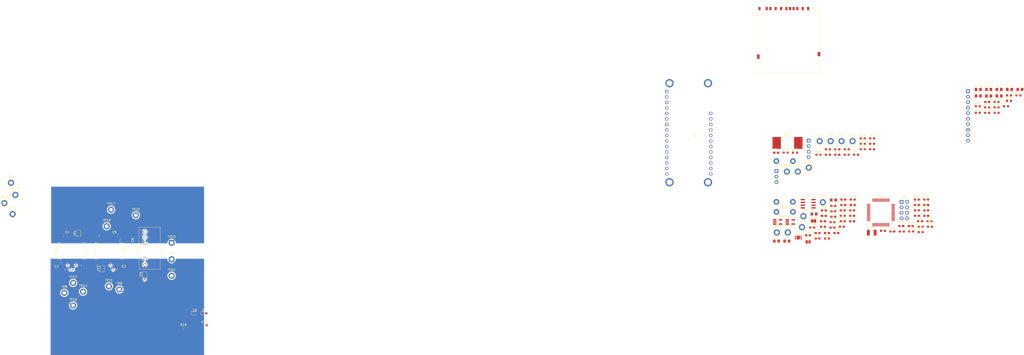
<source format=kicad_pcb>
(kicad_pcb (version 20171130) (host pcbnew "(5.1.10)-1")
  (layers (0 F.Cu signal) (1 L2.Cu signal) (2 L3.Cu signal) (31 B.Cu signal) (34 B.Paste user) (35 F.Paste user) (36 B.SilkS user) (37 F.SilkS user) (38 B.Mask user) (39 F.Mask user) (44 Edge.Cuts user))
  (net 0 "")
  (net 1 GND)
  (net 2 /ADS1299/MISO)
  (net 3 /ADS1299/SCK)
  (net 4 /ADS1299/nCS)
  (net 5 /ADS1299/MOSI)
  (net 6 "Net-(U1-Pad28)")
  (net 7 "Net-(U1-Pad26)")
  (net 8 "Net-(U1-Pad25)")
  (net 9 "Net-(C1-Pad2)")
  (net 10 /Isolation/+3V3_ni)
  (net 11 "/ADS1299 Power/+3V3")
  (net 12 GNDD)
  (net 13 "/ADS1299 Power/+5V")
  (net 14 /ADS1299/REF)
  (net 15 /ADS1299/AIN8)
  (net 16 /ADS1299/AIN7)
  (net 17 /ADS1299/AIN6)
  (net 18 /ADS1299/BIAS_INV)
  (net 19 /ADS1299/BIAS_OUT)
  (net 20 /ADS1299/AIN5)
  (net 21 /ADS1299/AIN4)
  (net 22 /ADS1299/AIN3)
  (net 23 /ADS1299/AIN2)
  (net 24 /ADS1299/AIN1)
  (net 25 GNDA)
  (net 26 "/ADS1299 Power/+3V3A")
  (net 27 "/ADS1299 Power/-3V3A")
  (net 28 "Net-(C19-Pad1)")
  (net 29 "Net-(C21-Pad1)")
  (net 30 "/ADS1299 Power/+2V5")
  (net 31 "/ADS1299 Power/-2V5")
  (net 32 "Net-(C30-Pad2)")
  (net 33 "Net-(C30-Pad1)")
  (net 34 "Net-(C37-Pad1)")
  (net 35 "Net-(C42-Pad2)")
  (net 36 /ADS1299/ADS_nRST)
  (net 37 "Net-(C46-Pad1)")
  (net 38 "Net-(C52-Pad1)")
  (net 39 "Net-(C54-Pad1)")
  (net 40 "Net-(C55-Pad1)")
  (net 41 "Net-(D1-Pad1)")
  (net 42 "Net-(D2-Pad1)")
  (net 43 "Net-(D3-Pad1)")
  (net 44 "Net-(J1-Pad2)")
  (net 45 "Net-(J1-Pad1)")
  (net 46 "/nRF52840 Feather Sense Express Board/SCL_ni")
  (net 47 "/nRF52840 Feather Sense Express Board/SDA_ni")
  (net 48 "/nRF52840 Feather Sense Express Board/SD-nWP_ni")
  (net 49 "Net-(J3-Pad8)")
  (net 50 /Isolation/MISO_ni)
  (net 51 /Isolation/SCK_ni)
  (net 52 "/nRF52840 Feather Sense Express Board/SD-nCD_ni")
  (net 53 /Isolation/MOSI_ni)
  (net 54 "/nRF52840 Feather Sense Express Board/SD-nCS_ni")
  (net 55 "Net-(J3-Pad9)")
  (net 56 "Net-(J4-Pad10)")
  (net 57 "Net-(J4-Pad9)")
  (net 58 "Net-(J4-Pad8)")
  (net 59 "Net-(J4-Pad7)")
  (net 60 "Net-(J4-Pad6)")
  (net 61 "Net-(J4-Pad5)")
  (net 62 "Net-(J4-Pad4)")
  (net 63 "Net-(J4-Pad3)")
  (net 64 "Net-(J4-Pad2)")
  (net 65 "Net-(J4-Pad1)")
  (net 66 /ADS1299/GPIO_4)
  (net 67 /ADS1299/GPIO_3)
  (net 68 /ADS1299/GPIO_2)
  (net 69 /ADS1299/GPIO_1)
  (net 70 "Net-(JP1-Pad1)")
  (net 71 "Net-(JP2-Pad1)")
  (net 72 "Net-(JP3-Pad2)")
  (net 73 "Net-(JP4-Pad1)")
  (net 74 "Net-(JP5-Pad2)")
  (net 75 "Net-(R1-Pad1)")
  (net 76 "/nRF52840 Feather Sense Express Board/ADS-nDRDY_ni")
  (net 77 "Net-(R2-Pad1)")
  (net 78 "Net-(R11-Pad2)")
  (net 79 "/nRF52840 Feather Sense Express Board/ADS-nRST_ni")
  (net 80 "Net-(R5-Pad1)")
  (net 81 "Net-(R12-Pad2)")
  (net 82 "/nRF52840 Feather Sense Express Board/ADS-nCS_ni")
  (net 83 "Net-(R7-Pad1)")
  (net 84 "Net-(R32-Pad1)")
  (net 85 "Net-(R35-Pad1)")
  (net 86 "Net-(R36-Pad1)")
  (net 87 /ADS1299/ADS_nDRDY)
  (net 88 "Net-(U1-Pad27)")
  (net 89 "Net-(U1-Pad16)")
  (net 90 "Net-(U1-Pad10)")
  (net 91 "Net-(U1-Pad9)")
  (net 92 "Net-(U1-Pad8)")
  (net 93 "Net-(U1-Pad7)")
  (net 94 "Net-(U1-Pad6)")
  (net 95 "Net-(U1-Pad5)")
  (net 96 "Net-(U1-Pad3)")
  (net 97 "Net-(U1-Pad1)")
  (net 98 "Net-(U3-Pad12)")
  (net 99 "Net-(U3-Pad11)")
  (net 100 "Net-(U3-Pad6)")
  (net 101 "Net-(U3-Pad5)")
  (net 102 "Net-(U8-Pad7)")
  (net 103 "Net-(U9-Pad37)")
  (net 104 "Net-(U9-Pad62)")
  (net 105 "Net-(U9-Pad60)")
  (net 106 "Net-(U9-Pad18)")
  (module Package_QFP:LQFP-64_10x10mm_P0.5mm (layer F.Cu) (at 397.33 123.16)
    (fp_text reference U9 (at 0 -7.4) (layer F.SilkS))
    (fp_text value ADS1299IPAG)
    (pad 64 smd roundrect (at -3.75 -5.675) (size 0.3 1.55) (layers F.Cu F.Paste F.Mask) (net 25 GNDA))
    (pad 63 smd roundrect (at -3.25 -5.675) (size 0.3 1.55) (layers F.Cu F.Paste F.Mask) (net 19 /ADS1299/BIAS_OUT))
    (pad 62 smd roundrect (at -2.75 -5.675) (size 0.3 1.55) (layers F.Cu F.Paste F.Mask) (net 104 "Net-(U9-Pad62)"))
    (pad 61 smd roundrect (at -2.25 -5.675) (size 0.3 1.55) (layers F.Cu F.Paste F.Mask) (net 18 /ADS1299/BIAS_INV))
    (pad 60 smd roundrect (at -1.75 -5.675) (size 0.3 1.55) (layers F.Cu F.Paste F.Mask) (net 105 "Net-(U9-Pad60)"))
    (pad 59 smd roundrect (at -1.25 -5.675) (size 0.3 1.55) (layers F.Cu F.Paste F.Mask) (net 30 "/ADS1299 Power/+2V5"))
    (pad 58 smd roundrect (at -0.75 -5.675) (size 0.3 1.55) (layers F.Cu F.Paste F.Mask) (net 31 "/ADS1299 Power/-2V5"))
    (pad 57 smd roundrect (at -0.25 -5.675) (size 0.3 1.55) (layers F.Cu F.Paste F.Mask) (net 31 "/ADS1299 Power/-2V5"))
    (pad 56 smd roundrect (at 0.25 -5.675) (size 0.3 1.55) (layers F.Cu F.Paste F.Mask) (net 30 "/ADS1299 Power/+2V5"))
    (pad 55 smd roundrect (at 0.75 -5.675) (size 0.3 1.55) (layers F.Cu F.Paste F.Mask) (net 38 "Net-(C52-Pad1)"))
    (pad 54 smd roundrect (at 1.25 -5.675) (size 0.3 1.55) (layers F.Cu F.Paste F.Mask) (net 30 "/ADS1299 Power/+2V5"))
    (pad 53 smd roundrect (at 1.75 -5.675) (size 0.3 1.55) (layers F.Cu F.Paste F.Mask) (net 31 "/ADS1299 Power/-2V5"))
    (pad 52 smd roundrect (at 2.25 -5.675) (size 0.3 1.55) (layers F.Cu F.Paste F.Mask) (net 85 "Net-(R35-Pad1)"))
    (pad 51 smd roundrect (at 2.75 -5.675) (size 0.3 1.55) (layers F.Cu F.Paste F.Mask) (net 25 GNDA))
    (pad 50 smd roundrect (at 3.25 -5.675) (size 0.3 1.55) (layers F.Cu F.Paste F.Mask) (net 26 "/ADS1299 Power/+3V3A"))
    (pad 49 smd roundrect (at 3.75 -5.675) (size 0.3 1.55) (layers F.Cu F.Paste F.Mask) (net 25 GNDA))
    (pad 48 smd roundrect (at 5.675 -3.75) (size 1.55 0.3) (layers F.Cu F.Paste F.Mask) (net 26 "/ADS1299 Power/+3V3A"))
    (pad 47 smd roundrect (at 5.675 -3.25) (size 1.55 0.3) (layers F.Cu F.Paste F.Mask) (net 87 /ADS1299/ADS_nDRDY))
    (pad 46 smd roundrect (at 5.675 -2.75) (size 1.55 0.3) (layers F.Cu F.Paste F.Mask) (net 66 /ADS1299/GPIO_4))
    (pad 45 smd roundrect (at 5.675 -2.25) (size 1.55 0.3) (layers F.Cu F.Paste F.Mask) (net 67 /ADS1299/GPIO_3))
    (pad 44 smd roundrect (at 5.675 -1.75) (size 1.55 0.3) (layers F.Cu F.Paste F.Mask) (net 68 /ADS1299/GPIO_2))
    (pad 43 smd roundrect (at 5.675 -1.25) (size 1.55 0.3) (layers F.Cu F.Paste F.Mask) (net 2 /ADS1299/MISO))
    (pad 42 smd roundrect (at 5.675 -0.75) (size 1.55 0.3) (layers F.Cu F.Paste F.Mask) (net 69 /ADS1299/GPIO_1))
    (pad 41 smd roundrect (at 5.675 -0.25) (size 1.55 0.3) (layers F.Cu F.Paste F.Mask) (net 25 GNDA))
    (pad 40 smd roundrect (at 5.675 0.25) (size 1.55 0.3) (layers F.Cu F.Paste F.Mask) (net 3 /ADS1299/SCK))
    (pad 39 smd roundrect (at 5.675 0.75) (size 1.55 0.3) (layers F.Cu F.Paste F.Mask) (net 4 /ADS1299/nCS))
    (pad 38 smd roundrect (at 5.675 1.25) (size 1.55 0.3) (layers F.Cu F.Paste F.Mask) (net 84 "Net-(R32-Pad1)"))
    (pad 37 smd roundrect (at 5.675 1.75) (size 1.55 0.3) (layers F.Cu F.Paste F.Mask) (net 103 "Net-(U9-Pad37)"))
    (pad 36 smd roundrect (at 5.675 2.25) (size 1.55 0.3) (layers F.Cu F.Paste F.Mask) (net 36 /ADS1299/ADS_nRST))
    (pad 35 smd roundrect (at 5.675 2.75) (size 1.55 0.3) (layers F.Cu F.Paste F.Mask) (net 86 "Net-(R36-Pad1)"))
    (pad 34 smd roundrect (at 5.675 3.25) (size 1.55 0.3) (layers F.Cu F.Paste F.Mask) (net 5 /ADS1299/MOSI))
    (pad 33 smd roundrect (at 5.675 3.75) (size 1.55 0.3) (layers F.Cu F.Paste F.Mask) (net 25 GNDA))
    (pad 32 smd roundrect (at 3.75 5.675) (size 0.3 1.55) (layers F.Cu F.Paste F.Mask) (net 31 "/ADS1299 Power/-2V5"))
    (pad 31 smd roundrect (at 3.25 5.675) (size 0.3 1.55) (layers F.Cu F.Paste F.Mask) (net 25 GNDA))
    (pad 30 smd roundrect (at 2.75 5.675) (size 0.3 1.55) (layers F.Cu F.Paste F.Mask) (net 39 "Net-(C54-Pad1)"))
    (pad 29 smd roundrect (at 2.25 5.675) (size 0.3 1.55) (layers F.Cu F.Paste F.Mask))
    (pad 28 smd roundrect (at 1.75 5.675) (size 0.3 1.55) (layers F.Cu F.Paste F.Mask) (net 40 "Net-(C55-Pad1)"))
    (pad 27 smd roundrect (at 1.25 5.675) (size 0.3 1.55) (layers F.Cu F.Paste F.Mask))
    (pad 26 smd roundrect (at 0.75 5.675) (size 0.3 1.55) (layers F.Cu F.Paste F.Mask) (net 37 "Net-(C46-Pad1)"))
    (pad 25 smd roundrect (at 0.25 5.675) (size 0.3 1.55) (layers F.Cu F.Paste F.Mask) (net 31 "/ADS1299 Power/-2V5"))
    (pad 24 smd roundrect (at -0.25 5.675) (size 0.3 1.55) (layers F.Cu F.Paste F.Mask) (net 35 "Net-(C42-Pad2)"))
    (pad 23 smd roundrect (at -0.75 5.675) (size 0.3 1.55) (layers F.Cu F.Paste F.Mask) (net 31 "/ADS1299 Power/-2V5"))
    (pad 22 smd roundrect (at -1.25 5.675) (size 0.3 1.55) (layers F.Cu F.Paste F.Mask) (net 30 "/ADS1299 Power/+2V5"))
    (pad 21 smd roundrect (at -1.75 5.675) (size 0.3 1.55) (layers F.Cu F.Paste F.Mask) (net 30 "/ADS1299 Power/+2V5"))
    (pad 20 smd roundrect (at -2.25 5.675) (size 0.3 1.55) (layers F.Cu F.Paste F.Mask) (net 31 "/ADS1299 Power/-2V5"))
    (pad 19 smd roundrect (at -2.75 5.675) (size 0.3 1.55) (layers F.Cu F.Paste F.Mask) (net 30 "/ADS1299 Power/+2V5"))
    (pad 18 smd roundrect (at -3.25 5.675) (size 0.3 1.55) (layers F.Cu F.Paste F.Mask) (net 106 "Net-(U9-Pad18)"))
    (pad 17 smd roundrect (at -3.75 5.675) (size 0.3 1.55) (layers F.Cu F.Paste F.Mask) (net 14 /ADS1299/REF))
    (pad 16 smd roundrect (at -5.675 3.75) (size 1.55 0.3) (layers F.Cu F.Paste F.Mask) (net 24 /ADS1299/AIN1))
    (pad 15 smd roundrect (at -5.675 3.25) (size 1.55 0.3) (layers F.Cu F.Paste F.Mask) (net 30 "/ADS1299 Power/+2V5"))
    (pad 14 smd roundrect (at -5.675 2.75) (size 1.55 0.3) (layers F.Cu F.Paste F.Mask) (net 23 /ADS1299/AIN2))
    (pad 13 smd roundrect (at -5.675 2.25) (size 1.55 0.3) (layers F.Cu F.Paste F.Mask) (net 30 "/ADS1299 Power/+2V5"))
    (pad 12 smd roundrect (at -5.675 1.75) (size 1.55 0.3) (layers F.Cu F.Paste F.Mask) (net 22 /ADS1299/AIN3))
    (pad 11 smd roundrect (at -5.675 1.25) (size 1.55 0.3) (layers F.Cu F.Paste F.Mask) (net 30 "/ADS1299 Power/+2V5"))
    (pad 10 smd roundrect (at -5.675 0.75) (size 1.55 0.3) (layers F.Cu F.Paste F.Mask) (net 21 /ADS1299/AIN4))
    (pad 9 smd roundrect (at -5.675 0.25) (size 1.55 0.3) (layers F.Cu F.Paste F.Mask) (net 30 "/ADS1299 Power/+2V5"))
    (pad 8 smd roundrect (at -5.675 -0.25) (size 1.55 0.3) (layers F.Cu F.Paste F.Mask) (net 20 /ADS1299/AIN5))
    (pad 7 smd roundrect (at -5.675 -0.75) (size 1.55 0.3) (layers F.Cu F.Paste F.Mask) (net 30 "/ADS1299 Power/+2V5"))
    (pad 6 smd roundrect (at -5.675 -1.25) (size 1.55 0.3) (layers F.Cu F.Paste F.Mask) (net 17 /ADS1299/AIN6))
    (pad 5 smd roundrect (at -5.675 -1.75) (size 1.55 0.3) (layers F.Cu F.Paste F.Mask) (net 30 "/ADS1299 Power/+2V5"))
    (pad 4 smd roundrect (at -5.675 -2.25) (size 1.55 0.3) (layers F.Cu F.Paste F.Mask) (net 16 /ADS1299/AIN7))
    (pad 3 smd roundrect (at -5.675 -2.75) (size 1.55 0.3) (layers F.Cu F.Paste F.Mask) (net 30 "/ADS1299 Power/+2V5"))
    (pad 2 smd roundrect (at -5.675 -3.25) (size 1.55 0.3) (layers F.Cu F.Paste F.Mask) (net 15 /ADS1299/AIN8))
    (pad 1 smd roundrect (at -5.675 -3.75) (size 1.55 0.3) (layers F.Cu F.Paste F.Mask) (net 30 "/ADS1299 Power/+2V5"))
  )
  (module VolksEEG:SOIC127P599X175-8N (layer F.Cu) (at 363.775 119.16)
    (fp_text reference U8 (at -0.53 -3.537) (layer F.SilkS))
    (fp_text value LM2660MX)
    (pad 8 smd roundrect (at 2.47 -1.905) (size 1.97 0.6) (layers F.Cu F.Paste F.Mask) (roundrect_rratio 0.07000000000000001) (net 26 "/ADS1299 Power/+3V3A"))
    (pad 7 smd roundrect (at 2.47 -0.635) (size 1.97 0.6) (layers F.Cu F.Paste F.Mask) (roundrect_rratio 0.07000000000000001) (net 102 "Net-(U8-Pad7)"))
    (pad 6 smd roundrect (at 2.47 0.635) (size 1.97 0.6) (layers F.Cu F.Paste F.Mask) (roundrect_rratio 0.07000000000000001) (net 71 "Net-(JP2-Pad1)"))
    (pad 5 smd roundrect (at 2.47 1.905) (size 1.97 0.6) (layers F.Cu F.Paste F.Mask) (roundrect_rratio 0.07000000000000001) (net 34 "Net-(C37-Pad1)"))
    (pad 4 smd roundrect (at -2.47 1.905) (size 1.97 0.6) (layers F.Cu F.Paste F.Mask) (roundrect_rratio 0.07000000000000001) (net 32 "Net-(C30-Pad2)"))
    (pad 3 smd roundrect (at -2.47 0.635) (size 1.97 0.6) (layers F.Cu F.Paste F.Mask) (roundrect_rratio 0.07000000000000001) (net 25 GNDA))
    (pad 2 smd roundrect (at -2.47 -0.635) (size 1.97 0.6) (layers F.Cu F.Paste F.Mask) (roundrect_rratio 0.07000000000000001) (net 33 "Net-(C30-Pad1)"))
    (pad 1 smd roundrect (at -2.47 -1.905) (size 1.97 0.6) (layers F.Cu F.Paste F.Mask) (roundrect_rratio 0.07000000000000001) (net 70 "Net-(JP1-Pad1)"))
  )
  (module Package_TO_SOT_SMD:SOT-23-5_HandSoldering (layer F.Cu) (at 349.67 127.56)
    (fp_text reference U7 (at 0 -2.9) (layer F.SilkS))
    (fp_text value TPS78425Q)
    (pad 5 smd rect (at 1.35 -0.95) (size 1.56 0.65) (layers F.Cu F.Paste F.Mask) (net 29 "Net-(C21-Pad1)"))
    (pad 4 smd rect (at 1.35 0.95) (size 1.56 0.65) (layers F.Cu F.Paste F.Mask))
    (pad 3 smd rect (at -1.35 0.95) (size 1.56 0.65) (layers F.Cu F.Paste F.Mask) (net 26 "/ADS1299 Power/+3V3A"))
    (pad 2 smd rect (at -1.35 0) (size 1.56 0.65) (layers F.Cu F.Paste F.Mask) (net 25 GNDA))
    (pad 1 smd rect (at -1.35 -0.95) (size 1.56 0.65) (layers F.Cu F.Paste F.Mask) (net 26 "/ADS1299 Power/+3V3A"))
  )
  (module Package_CSP:LFCSP-8-1EP_3x3mm_P0.5mm_EP1.45x1.74mm (layer F.Cu) (at 359.21 134.76)
    (fp_text reference U6 (at 0 -2.45) (layer F.SilkS))
    (fp_text value ADP7182ACPZ-2.5-R7)
    (pad 8 smd roundrect (at 1.2875 -0.75) (size 0.575 0.35) (layers F.Cu F.Paste F.Mask) (net 27 "/ADS1299 Power/-3V3A"))
    (pad 7 smd roundrect (at 1.2875 -0.25) (size 0.575 0.35) (layers F.Cu F.Paste F.Mask) (net 27 "/ADS1299 Power/-3V3A"))
    (pad 6 smd roundrect (at 1.2875 0.25) (size 0.575 0.35) (layers F.Cu F.Paste F.Mask) (net 25 GNDA))
    (pad 5 smd roundrect (at 1.2875 0.75) (size 0.575 0.35) (layers F.Cu F.Paste F.Mask))
    (pad 4 smd roundrect (at -1.2875 0.75) (size 0.575 0.35) (layers F.Cu F.Paste F.Mask) (net 27 "/ADS1299 Power/-3V3A"))
    (pad 3 smd roundrect (at -1.2875 0.25) (size 0.575 0.35) (layers F.Cu F.Paste F.Mask))
    (pad 2 smd roundrect (at -1.2875 -0.25) (size 0.575 0.35) (layers F.Cu F.Paste F.Mask) (net 28 "Net-(C19-Pad1)"))
    (pad 1 smd roundrect (at -1.2875 -0.75) (size 0.575 0.35) (layers F.Cu F.Paste F.Mask) (net 28 "Net-(C19-Pad1)"))
    (pad 9 smd roundrect (at 0 0) (size 1.45 1.74) (layers F.Cu F.Mask) (roundrect_rratio 0.172414) (net 27 "/ADS1299 Power/-3V3A"))
  )
  (module Package_TO_SOT_SMD:SOT-23-5_HandSoldering (layer F.Cu) (at 355.48 127.56)
    (fp_text reference U5 (at 0 -2.9) (layer F.SilkS))
    (fp_text value LP3990MF-3.3)
    (pad 5 smd rect (at 1.35 -0.95) (size 1.56 0.65) (layers F.Cu F.Paste F.Mask) (net 11 "/ADS1299 Power/+3V3"))
    (pad 4 smd rect (at 1.35 0.95) (size 1.56 0.65) (layers F.Cu F.Paste F.Mask))
    (pad 3 smd rect (at -1.35 0.95) (size 1.56 0.65) (layers F.Cu F.Paste F.Mask) (net 13 "/ADS1299 Power/+5V"))
    (pad 2 smd rect (at -1.35 0) (size 1.56 0.65) (layers F.Cu F.Paste F.Mask) (net 12 GNDD))
    (pad 1 smd rect (at -1.35 -0.95) (size 1.56 0.65) (layers F.Cu F.Paste F.Mask) (net 13 "/ADS1299 Power/+5V"))
  )
  (module VolksEEG:7SIP (layer F.Cu) (at 59.69 139.7 90)
    (fp_text reference U4 (at 0 -6.096 90) (layer F.SilkS))
    (fp_text value MEJ1S0305SC)
    (pad 7 thru_hole circle (at 7.62 -2.23 90) (size 1.524 1.524) (drill 1.15) (layers *.Cu *.Mask) (net 13 "/ADS1299 Power/+5V"))
    (pad 6 thru_hole circle (at 5.08 -2.23 90) (size 1.524 1.524) (drill 1.15) (layers *.Cu *.Mask))
    (pad 5 thru_hole circle (at 2.54 -2.23 90) (size 1.524 1.524) (drill 1.15) (layers *.Cu *.Mask) (net 12 GNDD))
    (pad 2 thru_hole circle (at -5.08 -2.23 90) (size 1.524 1.524) (drill 1.15) (layers *.Cu *.Mask) (net 1 GND))
    (pad 1 thru_hole circle (at -7.62 -2.23 90) (size 1.524 1.524) (drill 1.15) (layers *.Cu *.Mask) (net 74 "Net-(JP5-Pad2)"))
  )
  (module Package_SO:SOIC-16W_7.5x12.8mm_P1.27mm (layer F.Cu) (at 41 140.97 270)
    (fp_text reference U3 (at 0 -7.35 90) (layer F.SilkS))
    (fp_text value ADUM240E1BRIZ-RL)
    (pad 16 smd roundrect (at 4.65 -4.445 270) (size 2.05 0.6) (layers F.Cu F.Paste F.Mask) (net 10 /Isolation/+3V3_ni))
    (pad 15 smd roundrect (at 4.65 -3.175 270) (size 2.05 0.6) (layers F.Cu F.Paste F.Mask) (net 1 GND))
    (pad 14 smd roundrect (at 4.65 -1.905 270) (size 2.05 0.6) (layers F.Cu F.Paste F.Mask) (net 50 /Isolation/MISO_ni))
    (pad 13 smd roundrect (at 4.65 -0.635 270) (size 2.05 0.6) (layers F.Cu F.Paste F.Mask) (net 76 "/nRF52840 Feather Sense Express Board/ADS-nDRDY_ni"))
    (pad 12 smd roundrect (at 4.65 0.635 270) (size 2.05 0.6) (layers F.Cu F.Paste F.Mask) (net 98 "Net-(U3-Pad12)"))
    (pad 11 smd roundrect (at 4.65 1.905 270) (size 2.05 0.6) (layers F.Cu F.Paste F.Mask) (net 99 "Net-(U3-Pad11)"))
    (pad 10 smd roundrect (at 4.65 3.175 270) (size 2.05 0.6) (layers F.Cu F.Paste F.Mask) (net 72 "Net-(JP3-Pad2)"))
    (pad 9 smd roundrect (at 4.65 4.445 270) (size 2.05 0.6) (layers F.Cu F.Paste F.Mask) (net 1 GND))
    (pad 8 smd roundrect (at -4.65 4.445 270) (size 2.05 0.6) (layers F.Cu F.Paste F.Mask) (net 12 GNDD))
    (pad 7 smd roundrect (at -4.65 3.175 270) (size 2.05 0.6) (layers F.Cu F.Paste F.Mask))
    (pad 6 smd roundrect (at -4.65 1.905 270) (size 2.05 0.6) (layers F.Cu F.Paste F.Mask) (net 100 "Net-(U3-Pad6)"))
    (pad 5 smd roundrect (at -4.65 0.635 270) (size 2.05 0.6) (layers F.Cu F.Paste F.Mask) (net 101 "Net-(U3-Pad5)"))
    (pad 4 smd roundrect (at -4.65 -0.635 270) (size 2.05 0.6) (layers F.Cu F.Paste F.Mask) (net 87 /ADS1299/ADS_nDRDY))
    (pad 3 smd roundrect (at -4.65 -1.905 270) (size 2.05 0.6) (layers F.Cu F.Paste F.Mask) (net 2 /ADS1299/MISO))
    (pad 2 smd roundrect (at -4.65 -3.175 270) (size 2.05 0.6) (layers F.Cu F.Paste F.Mask) (net 12 GNDD))
    (pad 1 smd roundrect (at -4.65 -4.445 270) (size 2.05 0.6) (layers F.Cu F.Paste F.Mask) (net 11 "/ADS1299 Power/+3V3"))
  )
  (module Package_SO:SOIC-16W_7.5x12.8mm_P1.27mm (layer F.Cu) (at 23.752 140.97 90)
    (fp_text reference U2 (at 0 -7.35 90) (layer F.SilkS))
    (fp_text value ADUM240E1BRIZ-RL)
    (pad 16 smd roundrect (at 4.65 -4.445 90) (size 2.05 0.6) (layers F.Cu F.Paste F.Mask) (net 11 "/ADS1299 Power/+3V3"))
    (pad 15 smd roundrect (at 4.65 -3.175 90) (size 2.05 0.6) (layers F.Cu F.Paste F.Mask) (net 12 GNDD))
    (pad 14 smd roundrect (at 4.65 -1.905 90) (size 2.05 0.6) (layers F.Cu F.Paste F.Mask) (net 5 /ADS1299/MOSI))
    (pad 13 smd roundrect (at 4.65 -0.635 90) (size 2.05 0.6) (layers F.Cu F.Paste F.Mask) (net 36 /ADS1299/ADS_nRST))
    (pad 12 smd roundrect (at 4.65 0.635 90) (size 2.05 0.6) (layers F.Cu F.Paste F.Mask) (net 4 /ADS1299/nCS))
    (pad 11 smd roundrect (at 4.65 1.905 90) (size 2.05 0.6) (layers F.Cu F.Paste F.Mask) (net 3 /ADS1299/SCK))
    (pad 10 smd roundrect (at 4.65 3.175 90) (size 2.05 0.6) (layers F.Cu F.Paste F.Mask) (net 73 "Net-(JP4-Pad1)"))
    (pad 9 smd roundrect (at 4.65 4.445 90) (size 2.05 0.6) (layers F.Cu F.Paste F.Mask) (net 12 GNDD))
    (pad 8 smd roundrect (at -4.65 4.445 90) (size 2.05 0.6) (layers F.Cu F.Paste F.Mask) (net 1 GND))
    (pad 7 smd roundrect (at -4.65 3.175 90) (size 2.05 0.6) (layers F.Cu F.Paste F.Mask))
    (pad 6 smd roundrect (at -4.65 1.905 90) (size 2.05 0.6) (layers F.Cu F.Paste F.Mask) (net 51 /Isolation/SCK_ni))
    (pad 5 smd roundrect (at -4.65 0.635 90) (size 2.05 0.6) (layers F.Cu F.Paste F.Mask) (net 82 "/nRF52840 Feather Sense Express Board/ADS-nCS_ni"))
    (pad 4 smd roundrect (at -4.65 -0.635 90) (size 2.05 0.6) (layers F.Cu F.Paste F.Mask) (net 79 "/nRF52840 Feather Sense Express Board/ADS-nRST_ni"))
    (pad 3 smd roundrect (at -4.65 -1.905 90) (size 2.05 0.6) (layers F.Cu F.Paste F.Mask) (net 53 /Isolation/MOSI_ni))
    (pad 2 smd roundrect (at -4.65 -3.175 90) (size 2.05 0.6) (layers F.Cu F.Paste F.Mask) (net 1 GND))
    (pad 1 smd roundrect (at -4.65 -4.445 90) (size 2.05 0.6) (layers F.Cu F.Paste F.Mask) (net 10 /Isolation/+3V3_ni))
  )
  (module VolksEEG:nRF52840_Feather_Sense (layer F.Cu) (at 299.72 63.5 270)
    (fp_text reference U1 (at 24.13 -11.43 90) (layer F.SilkS))
    (fp_text value nRF52840-Feather-Sense-Board)
    (pad M4 thru_hole circle (at 0 -17.78 270) (size 3.81 3.81) (drill 2.54) (layers *.Cu *.Mask))
    (pad M3 thru_hole circle (at 45.72 -17.78 270) (size 3.81 3.81) (drill 2.54) (layers *.Cu *.Mask))
    (pad M2 thru_hole circle (at 45.72 0 270) (size 3.81 3.81) (drill 2.54) (layers *.Cu *.Mask))
    (pad M1 thru_hole circle (at 0 0 270) (size 3.81 3.81) (drill 2.54) (layers *.Cu *.Mask))
    (pad 28 thru_hole circle (at 13.97 -19.05 270) (size 1.524 1.524) (drill 1.016) (layers *.Cu *.Mask) (net 6 "Net-(U1-Pad28)"))
    (pad 27 thru_hole circle (at 16.51 -19.05 270) (size 1.524 1.524) (drill 1.016) (layers *.Cu *.Mask) (net 88 "Net-(U1-Pad27)"))
    (pad 26 thru_hole circle (at 19.05 -19.05 270) (size 1.524 1.524) (drill 1.016) (layers *.Cu *.Mask) (net 7 "Net-(U1-Pad26)"))
    (pad 25 thru_hole circle (at 21.59 -19.05 270) (size 1.524 1.524) (drill 1.016) (layers *.Cu *.Mask) (net 8 "Net-(U1-Pad25)"))
    (pad 24 thru_hole circle (at 24.13 -19.05 270) (size 1.524 1.524) (drill 1.016) (layers *.Cu *.Mask) (net 77 "Net-(R2-Pad1)"))
    (pad 23 thru_hole circle (at 26.67 -19.05 270) (size 1.524 1.524) (drill 1.016) (layers *.Cu *.Mask) (net 80 "Net-(R5-Pad1)"))
    (pad 22 thru_hole circle (at 29.21 -19.05 270) (size 1.524 1.524) (drill 1.016) (layers *.Cu *.Mask) (net 83 "Net-(R7-Pad1)"))
    (pad 21 thru_hole circle (at 31.75 -19.05 270) (size 1.524 1.524) (drill 1.016) (layers *.Cu *.Mask) (net 75 "Net-(R1-Pad1)"))
    (pad 20 thru_hole circle (at 34.29 -19.05 270) (size 1.524 1.524) (drill 1.016) (layers *.Cu *.Mask) (net 78 "Net-(R11-Pad2)"))
    (pad 19 thru_hole circle (at 36.83 -19.05 270) (size 1.524 1.524) (drill 1.016) (layers *.Cu *.Mask) (net 81 "Net-(R12-Pad2)"))
    (pad 18 thru_hole circle (at 39.37 -19.05 270) (size 1.524 1.524) (drill 1.016) (layers *.Cu *.Mask) (net 46 "/nRF52840 Feather Sense Express Board/SCL_ni"))
    (pad 17 thru_hole circle (at 41.91 -19.05 270) (size 1.524 1.524) (drill 1.016) (layers *.Cu *.Mask) (net 47 "/nRF52840 Feather Sense Express Board/SDA_ni"))
    (pad 16 thru_hole circle (at 41.91 1.27 270) (size 1.524 1.524) (drill 1.016) (layers *.Cu *.Mask) (net 89 "Net-(U1-Pad16)"))
    (pad 15 thru_hole circle (at 39.37 1.27 270) (size 1.524 1.524) (drill 1.016) (layers *.Cu *.Mask) (net 44 "Net-(J1-Pad2)"))
    (pad 14 thru_hole circle (at 36.83 1.27 270) (size 1.524 1.524) (drill 1.016) (layers *.Cu *.Mask) (net 45 "Net-(J1-Pad1)"))
    (pad 13 thru_hole circle (at 34.29 1.27 270) (size 1.524 1.524) (drill 1.016) (layers *.Cu *.Mask) (net 50 /Isolation/MISO_ni))
    (pad 12 thru_hole circle (at 31.75 1.27 270) (size 1.524 1.524) (drill 1.016) (layers *.Cu *.Mask) (net 53 /Isolation/MOSI_ni))
    (pad 11 thru_hole circle (at 29.21 1.27 270) (size 1.524 1.524) (drill 1.016) (layers *.Cu *.Mask) (net 51 /Isolation/SCK_ni))
    (pad 10 thru_hole circle (at 26.67 1.27 270) (size 1.524 1.524) (drill 1.016) (layers *.Cu *.Mask) (net 90 "Net-(U1-Pad10)"))
    (pad 9 thru_hole circle (at 24.13 1.27 270) (size 1.524 1.524) (drill 1.016) (layers *.Cu *.Mask) (net 91 "Net-(U1-Pad9)"))
    (pad 8 thru_hole circle (at 21.59 1.27 270) (size 1.524 1.524) (drill 1.016) (layers *.Cu *.Mask) (net 92 "Net-(U1-Pad8)"))
    (pad 7 thru_hole circle (at 19.05 1.27 270) (size 1.524 1.524) (drill 1.016) (layers *.Cu *.Mask) (net 93 "Net-(U1-Pad7)"))
    (pad 6 thru_hole circle (at 16.51 1.27 270) (size 1.524 1.524) (drill 1.016) (layers *.Cu *.Mask) (net 94 "Net-(U1-Pad6)"))
    (pad 5 thru_hole circle (at 13.97 1.27 270) (size 1.524 1.524) (drill 1.016) (layers *.Cu *.Mask) (net 95 "Net-(U1-Pad5)"))
    (pad 4 thru_hole circle (at 11.43 1.27 270) (size 1.524 1.524) (drill 1.016) (layers *.Cu *.Mask) (net 1 GND))
    (pad 3 thru_hole circle (at 8.89 1.27 270) (size 1.524 1.524) (drill 1.016) (layers *.Cu *.Mask) (net 96 "Net-(U1-Pad3)"))
    (pad 2 thru_hole circle (at 6.35 1.27 270) (size 1.524 1.524) (drill 1.016) (layers *.Cu *.Mask) (net 10 /Isolation/+3V3_ni))
    (pad 1 thru_hole circle (at 3.81 1.27 270) (size 1.524 1.524) (drill 1.016) (layers *.Cu *.Mask) (net 97 "Net-(U1-Pad1)"))
  )
  (module TestPoint:TestPoint_Bridge_Pitch7.62mm_Drill1.3mm (layer F.Cu) (at 349.09 99.46)
    (fp_text reference TP31 (at 3.3 2.4) (layer F.SilkS))
    (fp_text value TestPoint)
    (pad 1 thru_hole circle (at 7.62 0) (size 2.6 2.6) (drill 1.3) (layers *.Cu *.Mask) (net 1 GND))
    (pad 1 thru_hole circle (at 0 0) (size 2.6 2.6) (drill 1.3) (layers *.Cu *.Mask) (net 1 GND))
  )
  (module TestPoint:TestPoint_Keystone_5010-5014_Multipurpose (layer F.Cu) (at 349.29 132.41)
    (fp_text reference TP30 (at 0 -2.75) (layer F.SilkS))
    (fp_text value TestPoint)
    (pad 1 thru_hole circle (at 0 0) (size 2.8 2.8) (drill 1.6) (layers *.Cu *.Mask) (net 27 "/ADS1299 Power/-3V3A"))
  )
  (module TestPoint:TestPoint_Keystone_5010-5014_Multipurpose (layer F.Cu) (at 360.91 129.96)
    (fp_text reference TP29 (at 0 -2.75) (layer F.SilkS))
    (fp_text value TestPoint)
    (pad 1 thru_hole circle (at 0 0) (size 2.8 2.8) (drill 1.6) (layers *.Cu *.Mask) (net 31 "/ADS1299 Power/-2V5"))
  )
  (module TestPoint:TestPoint_Keystone_5010-5014_Multipurpose (layer F.Cu) (at 354.34 132.41)
    (fp_text reference TP28 (at 0 -2.75) (layer F.SilkS))
    (fp_text value TestPoint)
    (pad 1 thru_hole circle (at 0 0) (size 2.8 2.8) (drill 1.6) (layers *.Cu *.Mask) (net 30 "/ADS1299 Power/+2V5"))
  )
  (module TestPoint:TestPoint_Keystone_5010-5014_Multipurpose (layer F.Cu) (at 370.53 118.46)
    (fp_text reference TP27 (at 0 -2.75) (layer F.SilkS))
    (fp_text value TestPoint)
    (pad 1 thru_hole circle (at 0 0) (size 2.8 2.8) (drill 1.6) (layers *.Cu *.Mask) (net 26 "/ADS1299 Power/+3V3A"))
  )
  (module TestPoint:TestPoint_Bridge_Pitch7.62mm_Drill1.3mm (layer F.Cu) (at 349.09 118.26)
    (fp_text reference TP26 (at 3.3 2.4) (layer F.SilkS))
    (fp_text value TestPoint)
    (pad 1 thru_hole circle (at 7.62 0) (size 2.6 2.6) (drill 1.3) (layers *.Cu *.Mask) (net 25 GNDA))
    (pad 1 thru_hole circle (at 0 0) (size 2.6 2.6) (drill 1.3) (layers *.Cu *.Mask) (net 25 GNDA))
  )
  (module TestPoint:TestPoint_Keystone_5010-5014_Multipurpose (layer F.Cu) (at 361.56 124.91)
    (fp_text reference TP25 (at 0 -2.75) (layer F.SilkS))
    (fp_text value TestPoint)
    (pad 1 thru_hole circle (at 0 0) (size 2.8 2.8) (drill 1.6) (layers *.Cu *.Mask) (net 11 "/ADS1299 Power/+3V3"))
  )
  (module TestPoint:TestPoint_Bridge_Pitch7.62mm_Drill1.3mm (layer F.Cu) (at 349.09 122.91)
    (fp_text reference TP24 (at 3.3 2.4) (layer F.SilkS))
    (fp_text value TestPoint)
    (pad 1 thru_hole circle (at 7.62 0) (size 2.6 2.6) (drill 1.3) (layers *.Cu *.Mask) (net 12 GNDD))
    (pad 1 thru_hole circle (at 0 0) (size 2.6 2.6) (drill 1.3) (layers *.Cu *.Mask) (net 12 GNDD))
  )
  (module TestPoint:TestPoint_Keystone_5010-5014_Multipurpose (layer F.Cu) (at 69.85 137.16)
    (fp_text reference TP23 (at 0 -2.75) (layer F.SilkS))
    (fp_text value TestPoint)
    (pad 1 thru_hole circle (at 0 0) (size 2.8 2.8) (drill 1.6) (layers *.Cu *.Mask) (net 12 GNDD))
  )
  (module TestPoint:TestPoint_Keystone_5010-5014_Multipurpose (layer F.Cu) (at 53.34 124.46)
    (fp_text reference TP22 (at 0 -2.75) (layer F.SilkS))
    (fp_text value TestPoint)
    (pad 1 thru_hole circle (at 0 0) (size 2.8 2.8) (drill 1.6) (layers *.Cu *.Mask) (net 13 "/ADS1299 Power/+5V"))
  )
  (module TestPoint:TestPoint_Keystone_5010-5014_Multipurpose (layer F.Cu) (at 69.85 152.4)
    (fp_text reference TP21 (at 0 -2.75) (layer F.SilkS))
    (fp_text value TestPoint)
    (pad 1 thru_hole circle (at 0 0) (size 2.8 2.8) (drill 1.6) (layers *.Cu *.Mask) (net 74 "Net-(JP5-Pad2)"))
  )
  (module TestPoint:TestPoint_Keystone_5010-5014_Multipurpose (layer F.Cu) (at 69.85 144.78)
    (fp_text reference TP20 (at 0 -2.75) (layer F.SilkS))
    (fp_text value TestPoint)
    (pad 1 thru_hole circle (at 0 0) (size 2.8 2.8) (drill 1.6) (layers *.Cu *.Mask) (net 1 GND))
  )
  (module TestPoint:TestPoint_Keystone_5010-5014_Multipurpose (layer F.Cu) (at 39.878 129.54)
    (fp_text reference TP19 (at 0 -2.75) (layer F.SilkS))
    (fp_text value TestPoint)
    (pad 1 thru_hole circle (at 0 0) (size 2.8 2.8) (drill 1.6) (layers *.Cu *.Mask) (net 2 /ADS1299/MISO))
  )
  (module TestPoint:TestPoint_Keystone_5010-5014_Multipurpose (layer F.Cu) (at -2.286 115.062)
    (fp_text reference TP18 (at 0 -2.75) (layer F.SilkS))
    (fp_text value TestPoint)
    (pad 1 thru_hole circle (at 0 0) (size 2.8 2.8) (drill 1.6) (layers *.Cu *.Mask) (net 5 /ADS1299/MOSI))
  )
  (module TestPoint:TestPoint_Keystone_5010-5014_Multipurpose (layer F.Cu) (at 41.91 121.92)
    (fp_text reference TP17 (at 0 -2.75) (layer F.SilkS))
    (fp_text value TestPoint)
    (pad 1 thru_hole circle (at 0 0) (size 2.8 2.8) (drill 1.6) (layers *.Cu *.Mask) (net 87 /ADS1299/ADS_nDRDY))
  )
  (module TestPoint:TestPoint_Keystone_5010-5014_Multipurpose (layer F.Cu) (at -3.556 123.952)
    (fp_text reference TP16 (at 0 -2.75) (layer F.SilkS))
    (fp_text value TestPoint)
    (pad 1 thru_hole circle (at 0 0) (size 2.8 2.8) (drill 1.6) (layers *.Cu *.Mask) (net 36 /ADS1299/ADS_nRST))
  )
  (module TestPoint:TestPoint_Keystone_5010-5014_Multipurpose (layer F.Cu) (at -7.366 118.872)
    (fp_text reference TP15 (at 0 -2.75) (layer F.SilkS))
    (fp_text value TestPoint)
    (pad 1 thru_hole circle (at 0 0) (size 2.8 2.8) (drill 1.6) (layers *.Cu *.Mask) (net 4 /ADS1299/nCS))
  )
  (module TestPoint:TestPoint_Keystone_5010-5014_Multipurpose (layer F.Cu) (at -4.318 109.474)
    (fp_text reference TP14 (at 0 -2.75) (layer F.SilkS))
    (fp_text value TestPoint)
    (pad 1 thru_hole circle (at 0 0) (size 2.8 2.8) (drill 1.6) (layers *.Cu *.Mask) (net 3 /ADS1299/SCK))
  )
  (module TestPoint:TestPoint_Keystone_5010-5014_Multipurpose (layer F.Cu) (at 28.956 159.766)
    (fp_text reference TP13 (at 0 -2.75) (layer F.SilkS))
    (fp_text value TestPoint)
    (pad 1 thru_hole circle (at 0 0) (size 2.8 2.8) (drill 1.6) (layers *.Cu *.Mask) (net 51 /Isolation/SCK_ni))
  )
  (module TestPoint:TestPoint_Keystone_5010-5014_Multipurpose (layer F.Cu) (at 24.384 155.702)
    (fp_text reference TP12 (at 0 -2.75) (layer F.SilkS))
    (fp_text value TestPoint)
    (pad 1 thru_hole circle (at 0 0) (size 2.8 2.8) (drill 1.6) (layers *.Cu *.Mask) (net 82 "/nRF52840 Feather Sense Express Board/ADS-nCS_ni"))
  )
  (module TestPoint:TestPoint_Keystone_5010-5014_Multipurpose (layer F.Cu) (at 40.894 157.226)
    (fp_text reference TP11 (at 0 -2.75) (layer F.SilkS))
    (fp_text value TestPoint)
    (pad 1 thru_hole circle (at 0 0) (size 2.8 2.8) (drill 1.6) (layers *.Cu *.Mask) (net 76 "/nRF52840 Feather Sense Express Board/ADS-nDRDY_ni"))
  )
  (module TestPoint:TestPoint_Keystone_5010-5014_Multipurpose (layer F.Cu) (at 24.384 166.116)
    (fp_text reference TP10 (at 0 -2.75) (layer F.SilkS))
    (fp_text value TestPoint)
    (pad 1 thru_hole circle (at 0 0) (size 2.8 2.8) (drill 1.6) (layers *.Cu *.Mask) (net 79 "/nRF52840 Feather Sense Express Board/ADS-nRST_ni"))
  )
  (module TestPoint:TestPoint_Keystone_5010-5014_Multipurpose (layer F.Cu) (at 45.72 158.75)
    (fp_text reference TP9 (at 0 -2.75) (layer F.SilkS))
    (fp_text value TestPoint)
    (pad 1 thru_hole circle (at 0 0) (size 2.8 2.8) (drill 1.6) (layers *.Cu *.Mask) (net 50 /Isolation/MISO_ni))
  )
  (module TestPoint:TestPoint_Keystone_5010-5014_Multipurpose (layer F.Cu) (at 20.32 160.274)
    (fp_text reference TP8 (at 0 -2.75) (layer F.SilkS))
    (fp_text value TestPoint)
    (pad 1 thru_hole circle (at 0 0) (size 2.8 2.8) (drill 1.6) (layers *.Cu *.Mask) (net 53 /Isolation/MOSI_ni))
  )
  (module TestPoint:TestPoint_Keystone_5010-5014_Multipurpose (layer F.Cu) (at 379.19 90.23)
    (fp_text reference TP7 (at 0 -2.75) (layer F.SilkS))
    (fp_text value TestPoint)
    (pad 1 thru_hole circle (at 0 0) (size 2.8 2.8) (drill 1.6) (layers *.Cu *.Mask) (net 45 "Net-(J1-Pad1)"))
  )
  (module TestPoint:TestPoint_Keystone_5010-5014_Multipurpose (layer F.Cu) (at 384.24 90.23)
    (fp_text reference TP6 (at 0 -2.75) (layer F.SilkS))
    (fp_text value TestPoint)
    (pad 1 thru_hole circle (at 0 0) (size 2.8 2.8) (drill 1.6) (layers *.Cu *.Mask) (net 44 "Net-(J1-Pad2)"))
  )
  (module TestPoint:TestPoint_Keystone_5010-5014_Multipurpose (layer F.Cu) (at 364.04 102.48)
    (fp_text reference TP5 (at 0 -2.75) (layer F.SilkS))
    (fp_text value TestPoint)
    (pad 1 thru_hole circle (at 0 0) (size 2.8 2.8) (drill 1.6) (layers *.Cu *.Mask) (net 46 "/nRF52840 Feather Sense Express Board/SCL_ni"))
  )
  (module TestPoint:TestPoint_Keystone_5010-5014_Multipurpose (layer F.Cu) (at 358.99 104.31)
    (fp_text reference TP4 (at 0 -2.75) (layer F.SilkS))
    (fp_text value TestPoint)
    (pad 1 thru_hole circle (at 0 0) (size 2.8 2.8) (drill 1.6) (layers *.Cu *.Mask) (net 47 "/nRF52840 Feather Sense Express Board/SDA_ni"))
  )
  (module TestPoint:TestPoint_Keystone_5010-5014_Multipurpose (layer F.Cu) (at 353.94 104.31)
    (fp_text reference TP3 (at 0 -2.75) (layer F.SilkS))
    (fp_text value TestPoint)
    (pad 1 thru_hole circle (at 0 0) (size 2.8 2.8) (drill 1.6) (layers *.Cu *.Mask) (net 54 "/nRF52840 Feather Sense Express Board/SD-nCS_ni"))
  )
  (module TestPoint:TestPoint_Keystone_5010-5014_Multipurpose (layer F.Cu) (at 369.09 90.23)
    (fp_text reference TP2 (at 0 -2.75) (layer F.SilkS))
    (fp_text value TestPoint)
    (pad 1 thru_hole circle (at 0 0) (size 2.8 2.8) (drill 1.6) (layers *.Cu *.Mask) (net 48 "/nRF52840 Feather Sense Express Board/SD-nWP_ni"))
  )
  (module TestPoint:TestPoint_Keystone_5010-5014_Multipurpose (layer F.Cu) (at 374.14 90.23)
    (fp_text reference TP1 (at 0 -2.75) (layer F.SilkS))
    (fp_text value TestPoint)
    (pad 1 thru_hole circle (at 0 0) (size 2.8 2.8) (drill 1.6) (layers *.Cu *.Mask) (net 52 "/nRF52840 Feather Sense Express Board/SD-nCD_ni"))
  )
  (module Resistor_SMD:R_0603_1608Metric_Pad0.98x0.95mm_HandSolder (layer F.Cu) (at 415.43 127.23)
    (fp_text reference R37 (at 0 -1.43) (layer F.SilkS))
    (fp_text value 10K)
    (pad 2 smd roundrect (at 0.9125 0) (size 0.975 0.95) (layers F.Cu F.Paste F.Mask) (net 26 "/ADS1299 Power/+3V3A"))
    (pad 1 smd roundrect (at -0.9125 0) (size 0.975 0.95) (layers F.Cu F.Paste F.Mask) (net 87 /ADS1299/ADS_nDRDY))
  )
  (module Resistor_SMD:R_0603_1608Metric_Pad0.98x0.95mm_HandSolder (layer F.Cu) (at 411.34 131.95)
    (fp_text reference R36 (at 0 -1.43) (layer F.SilkS))
    (fp_text value 10K)
    (pad 2 smd roundrect (at 0.9125 0) (size 0.975 0.95) (layers F.Cu F.Paste F.Mask) (net 26 "/ADS1299 Power/+3V3A"))
    (pad 1 smd roundrect (at -0.9125 0) (size 0.975 0.95) (layers F.Cu F.Paste F.Mask) (net 86 "Net-(R36-Pad1)"))
  )
  (module Resistor_SMD:R_0603_1608Metric_Pad0.98x0.95mm_HandSolder (layer F.Cu) (at 419.78 127.23)
    (fp_text reference R35 (at 0 -1.43) (layer F.SilkS))
    (fp_text value 10K)
    (pad 2 smd roundrect (at 0.9125 0) (size 0.975 0.95) (layers F.Cu F.Paste F.Mask) (net 26 "/ADS1299 Power/+3V3A"))
    (pad 1 smd roundrect (at -0.9125 0) (size 0.975 0.95) (layers F.Cu F.Paste F.Mask) (net 85 "Net-(R35-Pad1)"))
  )
  (module Resistor_SMD:R_0603_1608Metric_Pad0.98x0.95mm_HandSolder (layer F.Cu) (at 415.69 129.74)
    (fp_text reference R34 (at 0 -1.43) (layer F.SilkS))
    (fp_text value 10K)
    (pad 2 smd roundrect (at 0.9125 0) (size 0.975 0.95) (layers F.Cu F.Paste F.Mask) (net 26 "/ADS1299 Power/+3V3A"))
    (pad 1 smd roundrect (at -0.9125 0) (size 0.975 0.95) (layers F.Cu F.Paste F.Mask) (net 36 /ADS1299/ADS_nRST))
  )
  (module Resistor_SMD:R_0603_1608Metric_Pad0.98x0.95mm_HandSolder (layer F.Cu) (at 415.69 132.25)
    (fp_text reference R33 (at 0 -1.43) (layer F.SilkS))
    (fp_text value 10K)
    (pad 2 smd roundrect (at 0.9125 0) (size 0.975 0.95) (layers F.Cu F.Paste F.Mask) (net 26 "/ADS1299 Power/+3V3A"))
    (pad 1 smd roundrect (at -0.9125 0) (size 0.975 0.95) (layers F.Cu F.Paste F.Mask) (net 4 /ADS1299/nCS))
  )
  (module Resistor_SMD:R_0603_1608Metric_Pad0.98x0.95mm_HandSolder (layer F.Cu) (at 420.04 129.74)
    (fp_text reference R32 (at 0 -1.43) (layer F.SilkS))
    (fp_text value 10K)
    (pad 2 smd roundrect (at 0.9125 0) (size 0.975 0.95) (layers F.Cu F.Paste F.Mask) (net 25 GNDA))
    (pad 1 smd roundrect (at -0.9125 0) (size 0.975 0.95) (layers F.Cu F.Paste F.Mask) (net 84 "Net-(R32-Pad1)"))
  )
  (module Resistor_SMD:R_0603_1608Metric_Pad0.98x0.95mm_HandSolder (layer F.Cu) (at 379.71 124.72)
    (fp_text reference R31 (at 0 -1.43) (layer F.SilkS))
    (fp_text value 0R)
    (pad 2 smd roundrect (at 0.9125 0) (size 0.975 0.95) (layers F.Cu F.Paste F.Mask) (net 12 GNDD))
    (pad 1 smd roundrect (at -0.9125 0) (size 0.975 0.95) (layers F.Cu F.Paste F.Mask) (net 25 GNDA))
  )
  (module Resistor_SMD:R_0603_1608Metric_Pad0.98x0.95mm_HandSolder (layer F.Cu) (at 442.05 74.15)
    (fp_text reference R30 (at 0 -1.43) (layer F.SilkS))
    (fp_text value 4.99k)
    (pad 2 smd roundrect (at 0.9125 0) (size 0.975 0.95) (layers F.Cu F.Paste F.Mask) (net 19 /ADS1299/BIAS_OUT))
    (pad 1 smd roundrect (at -0.9125 0) (size 0.975 0.95) (layers F.Cu F.Paste F.Mask) (net 56 "Net-(J4-Pad10)"))
  )
  (module Resistor_SMD:R_0603_1608Metric_Pad0.98x0.95mm_HandSolder (layer F.Cu) (at 456.48 71.64)
    (fp_text reference R29 (at 0 -1.43) (layer F.SilkS))
    (fp_text value 4.99k)
    (pad 2 smd roundrect (at 0.9125 0) (size 0.975 0.95) (layers F.Cu F.Paste F.Mask) (net 14 /ADS1299/REF))
    (pad 1 smd roundrect (at -0.9125 0) (size 0.975 0.95) (layers F.Cu F.Paste F.Mask) (net 57 "Net-(J4-Pad9)"))
  )
  (module Resistor_SMD:R_0603_1608Metric_Pad0.98x0.95mm_HandSolder (layer F.Cu) (at 450.75 72.14)
    (fp_text reference R28 (at 0 -1.43) (layer F.SilkS))
    (fp_text value 4.99k)
    (pad 2 smd roundrect (at 0.9125 0) (size 0.975 0.95) (layers F.Cu F.Paste F.Mask) (net 15 /ADS1299/AIN8))
    (pad 1 smd roundrect (at -0.9125 0) (size 0.975 0.95) (layers F.Cu F.Paste F.Mask) (net 58 "Net-(J4-Pad8)"))
  )
  (module Resistor_SMD:R_0603_1608Metric_Pad0.98x0.95mm_HandSolder (layer F.Cu) (at 456.48 69.13)
    (fp_text reference R27 (at 0 -1.43) (layer F.SilkS))
    (fp_text value 4.99k)
    (pad 2 smd roundrect (at 0.9125 0) (size 0.975 0.95) (layers F.Cu F.Paste F.Mask) (net 16 /ADS1299/AIN7))
    (pad 1 smd roundrect (at -0.9125 0) (size 0.975 0.95) (layers F.Cu F.Paste F.Mask) (net 59 "Net-(J4-Pad7)"))
  )
  (module Resistor_SMD:R_0603_1608Metric_Pad0.98x0.95mm_HandSolder (layer F.Cu) (at 446.4 74.65)
    (fp_text reference R26 (at 0 -1.43) (layer F.SilkS))
    (fp_text value 4.99k)
    (pad 2 smd roundrect (at 0.9125 0) (size 0.975 0.95) (layers F.Cu F.Paste F.Mask) (net 17 /ADS1299/AIN6))
    (pad 1 smd roundrect (at -0.9125 0) (size 0.975 0.95) (layers F.Cu F.Paste F.Mask) (net 60 "Net-(J4-Pad6)"))
  )
  (module Resistor_SMD:R_0603_1608Metric_Pad0.98x0.95mm_HandSolder (layer F.Cu) (at 450.75 74.65)
    (fp_text reference R25 (at 0 -1.43) (layer F.SilkS))
    (fp_text value 4.99k)
    (pad 2 smd roundrect (at 0.9125 0) (size 0.975 0.95) (layers F.Cu F.Paste F.Mask) (net 20 /ADS1299/AIN5))
    (pad 1 smd roundrect (at -0.9125 0) (size 0.975 0.95) (layers F.Cu F.Paste F.Mask) (net 61 "Net-(J4-Pad5)"))
  )
  (module Resistor_SMD:R_0603_1608Metric_Pad0.98x0.95mm_HandSolder (layer F.Cu) (at 455.1 74.15)
    (fp_text reference R24 (at 0 -1.43) (layer F.SilkS))
    (fp_text value 4.99k)
    (pad 2 smd roundrect (at 0.9125 0) (size 0.975 0.95) (layers F.Cu F.Paste F.Mask) (net 21 /ADS1299/AIN4))
    (pad 1 smd roundrect (at -0.9125 0) (size 0.975 0.95) (layers F.Cu F.Paste F.Mask) (net 62 "Net-(J4-Pad4)"))
  )
  (module Resistor_SMD:R_0603_1608Metric_Pad0.98x0.95mm_HandSolder (layer F.Cu) (at 442.05 77.16)
    (fp_text reference R23 (at 0 -1.43) (layer F.SilkS))
    (fp_text value 4.99k)
    (pad 2 smd roundrect (at 0.9125 0) (size 0.975 0.95) (layers F.Cu F.Paste F.Mask) (net 22 /ADS1299/AIN3))
    (pad 1 smd roundrect (at -0.9125 0) (size 0.975 0.95) (layers F.Cu F.Paste F.Mask) (net 63 "Net-(J4-Pad3)"))
  )
  (module Resistor_SMD:R_0603_1608Metric_Pad0.98x0.95mm_HandSolder (layer F.Cu) (at 446.4 77.16)
    (fp_text reference R22 (at 0 -1.43) (layer F.SilkS))
    (fp_text value 4.99k)
    (pad 2 smd roundrect (at 0.9125 0) (size 0.975 0.95) (layers F.Cu F.Paste F.Mask) (net 23 /ADS1299/AIN2))
    (pad 1 smd roundrect (at -0.9125 0) (size 0.975 0.95) (layers F.Cu F.Paste F.Mask) (net 64 "Net-(J4-Pad2)"))
  )
  (module Resistor_SMD:R_0603_1608Metric_Pad0.98x0.95mm_HandSolder (layer F.Cu) (at 450.75 77.16)
    (fp_text reference R21 (at 0 -1.43) (layer F.SilkS))
    (fp_text value 4.99k)
    (pad 2 smd roundrect (at 0.9125 0) (size 0.975 0.95) (layers F.Cu F.Paste F.Mask) (net 24 /ADS1299/AIN1))
    (pad 1 smd roundrect (at -0.9125 0) (size 0.975 0.95) (layers F.Cu F.Paste F.Mask) (net 65 "Net-(J4-Pad1)"))
  )
  (module Resistor_SMD:R_0603_1608Metric_Pad0.98x0.95mm_HandSolder (layer F.Cu) (at 460.83 69.13)
    (fp_text reference R20 (at 0 -1.43) (layer F.SilkS))
    (fp_text value 1M)
    (pad 2 smd roundrect (at 0.9125 0) (size 0.975 0.95) (layers F.Cu F.Paste F.Mask) (net 19 /ADS1299/BIAS_OUT))
    (pad 1 smd roundrect (at -0.9125 0) (size 0.975 0.95) (layers F.Cu F.Paste F.Mask) (net 18 /ADS1299/BIAS_INV))
  )
  (module Resistor_SMD:R_0603_1608Metric_Pad0.98x0.95mm_HandSolder (layer F.Cu) (at 75.2875 176.53)
    (fp_text reference R19 (at 0 -1.43) (layer F.SilkS))
    (fp_text value 1K)
    (pad 2 smd roundrect (at 0.9125 0) (size 0.975 0.95) (layers F.Cu F.Paste F.Mask) (net 43 "Net-(D3-Pad1)"))
    (pad 1 smd roundrect (at -0.9125 0) (size 0.975 0.95) (layers F.Cu F.Paste F.Mask) (net 12 GNDD))
  )
  (module Resistor_SMD:R_0603_1608Metric_Pad0.98x0.95mm_HandSolder (layer F.Cu) (at 85.09 175.26)
    (fp_text reference R18 (at 0 -1.43) (layer F.SilkS))
    (fp_text value 1K)
    (pad 2 smd roundrect (at 0.9125 0) (size 0.975 0.95) (layers F.Cu F.Paste F.Mask) (net 42 "Net-(D2-Pad1)"))
    (pad 1 smd roundrect (at -0.9125 0) (size 0.975 0.95) (layers F.Cu F.Paste F.Mask) (net 12 GNDD))
  )
  (module VolksEEG:high_power_chip_resistor (layer F.Cu) (at 354.214999 91.059)
    (fp_text reference R17 (at 0 -3.81) (layer F.SilkS))
    (fp_text value 2R2)
    (pad 2 smd rect (at 5 0) (size 3.9 5.5) (layers F.Cu F.Paste F.Mask) (net 10 /Isolation/+3V3_ni))
    (pad 1 smd rect (at -5 0) (size 3.9 5.5) (layers F.Cu F.Paste F.Mask) (net 9 "Net-(C1-Pad2)"))
  )
  (module Resistor_SMD:R_0603_1608Metric_Pad0.98x0.95mm_HandSolder (layer F.Cu) (at 388.94 88.96)
    (fp_text reference R16 (at 0 -1.43) (layer F.SilkS))
    (fp_text value 0R)
    (pad 2 smd roundrect (at 0.9125 0) (size 0.975 0.95) (layers F.Cu F.Paste F.Mask) (net 51 /Isolation/SCK_ni))
    (pad 1 smd roundrect (at -0.9125 0) (size 0.975 0.95) (layers F.Cu F.Paste F.Mask) (net 51 /Isolation/SCK_ni))
  )
  (module Resistor_SMD:R_0603_1608Metric_Pad0.98x0.95mm_HandSolder (layer F.Cu) (at 357.68 95.56)
    (fp_text reference R15 (at 0 -1.43) (layer F.SilkS))
    (fp_text value 0R)
    (pad 2 smd roundrect (at 0.9125 0) (size 0.975 0.95) (layers F.Cu F.Paste F.Mask) (net 53 /Isolation/MOSI_ni))
    (pad 1 smd roundrect (at -0.9125 0) (size 0.975 0.95) (layers F.Cu F.Paste F.Mask) (net 53 /Isolation/MOSI_ni))
  )
  (module Resistor_SMD:R_0603_1608Metric_Pad0.98x0.95mm_HandSolder (layer F.Cu) (at 353.33 95.56)
    (fp_text reference R14 (at 0 -1.43) (layer F.SilkS))
    (fp_text value 0R)
    (pad 2 smd roundrect (at 0.9125 0) (size 0.975 0.95) (layers F.Cu F.Paste F.Mask) (net 50 /Isolation/MISO_ni))
    (pad 1 smd roundrect (at -0.9125 0) (size 0.975 0.95) (layers F.Cu F.Paste F.Mask) (net 50 /Isolation/MISO_ni))
  )
  (module Resistor_SMD:R_0603_1608Metric_Pad0.98x0.95mm_HandSolder (layer F.Cu) (at 388.94 91.47)
    (fp_text reference R12 (at 0 -1.43) (layer F.SilkS))
    (fp_text value 4K7)
    (pad 2 smd roundrect (at 0.9125 0) (size 0.975 0.95) (layers F.Cu F.Paste F.Mask) (net 81 "Net-(R12-Pad2)"))
    (pad 1 smd roundrect (at -0.9125 0) (size 0.975 0.95) (layers F.Cu F.Paste F.Mask) (net 10 /Isolation/+3V3_ni))
  )
  (module Resistor_SMD:R_0603_1608Metric_Pad0.98x0.95mm_HandSolder (layer F.Cu) (at 393.29 91.47)
    (fp_text reference R11 (at 0 -1.43) (layer F.SilkS))
    (fp_text value 4K7)
    (pad 2 smd roundrect (at 0.9125 0) (size 0.975 0.95) (layers F.Cu F.Paste F.Mask) (net 78 "Net-(R11-Pad2)"))
    (pad 1 smd roundrect (at -0.9125 0) (size 0.975 0.95) (layers F.Cu F.Paste F.Mask) (net 10 /Isolation/+3V3_ni))
  )
  (module Resistor_SMD:R_0603_1608Metric_Pad0.98x0.95mm_HandSolder (layer F.Cu) (at 388.94 93.98)
    (fp_text reference R10 (at 0 -1.43) (layer F.SilkS))
    (fp_text value 4K7)
    (pad 2 smd roundrect (at 0.9125 0) (size 0.975 0.95) (layers F.Cu F.Paste F.Mask) (net 75 "Net-(R1-Pad1)"))
    (pad 1 smd roundrect (at -0.9125 0) (size 0.975 0.95) (layers F.Cu F.Paste F.Mask) (net 10 /Isolation/+3V3_ni))
  )
  (module Resistor_SMD:R_0603_1608Metric_Pad0.98x0.95mm_HandSolder (layer F.Cu) (at 393.29 93.98)
    (fp_text reference R9 (at 0 -1.43) (layer F.SilkS))
    (fp_text value 4K7)
    (pad 2 smd roundrect (at 0.9125 0) (size 0.975 0.95) (layers F.Cu F.Paste F.Mask) (net 83 "Net-(R7-Pad1)"))
    (pad 1 smd roundrect (at -0.9125 0) (size 0.975 0.95) (layers F.Cu F.Paste F.Mask) (net 10 /Isolation/+3V3_ni))
  )
  (module Resistor_SMD:R_0603_1608Metric_Pad0.98x0.95mm_HandSolder (layer F.Cu) (at 368.49 96.49)
    (fp_text reference R8 (at 0 -1.43) (layer F.SilkS))
    (fp_text value 4K7)
    (pad 2 smd roundrect (at 0.9125 0) (size 0.975 0.95) (layers F.Cu F.Paste F.Mask) (net 83 "Net-(R7-Pad1)"))
    (pad 1 smd roundrect (at -0.9125 0) (size 0.975 0.95) (layers F.Cu F.Paste F.Mask) (net 10 /Isolation/+3V3_ni))
  )
  (module Resistor_SMD:R_0603_1608Metric_Pad0.98x0.95mm_HandSolder (layer F.Cu) (at 372.84 94.01)
    (fp_text reference R7 (at 0 -1.43) (layer F.SilkS))
    (fp_text value 0R)
    (pad 2 smd roundrect (at 0.9125 0) (size 0.975 0.95) (layers F.Cu F.Paste F.Mask) (net 82 "/nRF52840 Feather Sense Express Board/ADS-nCS_ni"))
    (pad 1 smd roundrect (at -0.9125 0) (size 0.975 0.95) (layers F.Cu F.Paste F.Mask) (net 83 "Net-(R7-Pad1)"))
  )
  (module Resistor_SMD:R_0603_1608Metric_Pad0.98x0.95mm_HandSolder (layer F.Cu) (at 377.19 94.01)
    (fp_text reference R6 (at 0 -1.43) (layer F.SilkS))
    (fp_text value 0R)
    (pad 2 smd roundrect (at 0.9125 0) (size 0.975 0.95) (layers F.Cu F.Paste F.Mask) (net 52 "/nRF52840 Feather Sense Express Board/SD-nCD_ni"))
    (pad 1 smd roundrect (at -0.9125 0) (size 0.975 0.95) (layers F.Cu F.Paste F.Mask) (net 81 "Net-(R12-Pad2)"))
  )
  (module Resistor_SMD:R_0603_1608Metric_Pad0.98x0.95mm_HandSolder (layer F.Cu) (at 381.54 94.01)
    (fp_text reference R5 (at 0 -1.43) (layer F.SilkS))
    (fp_text value 0R)
    (pad 2 smd roundrect (at 0.9125 0) (size 0.975 0.95) (layers F.Cu F.Paste F.Mask) (net 79 "/nRF52840 Feather Sense Express Board/ADS-nRST_ni"))
    (pad 1 smd roundrect (at -0.9125 0) (size 0.975 0.95) (layers F.Cu F.Paste F.Mask) (net 80 "Net-(R5-Pad1)"))
  )
  (module Resistor_SMD:R_0603_1608Metric_Pad0.98x0.95mm_HandSolder (layer F.Cu) (at 372.84 96.52)
    (fp_text reference R4 (at 0 -1.43) (layer F.SilkS))
    (fp_text value 0R)
    (pad 2 smd roundrect (at 0.9125 0) (size 0.975 0.95) (layers F.Cu F.Paste F.Mask) (net 48 "/nRF52840 Feather Sense Express Board/SD-nWP_ni"))
    (pad 1 smd roundrect (at -0.9125 0) (size 0.975 0.95) (layers F.Cu F.Paste F.Mask) (net 78 "Net-(R11-Pad2)"))
  )
  (module Resistor_SMD:R_0603_1608Metric_Pad0.98x0.95mm_HandSolder (layer F.Cu) (at 393.29 88.96)
    (fp_text reference R3 (at 0 -1.43) (layer F.SilkS))
    (fp_text value 1K)
    (pad 2 smd roundrect (at 0.9125 0) (size 0.975 0.95) (layers F.Cu F.Paste F.Mask) (net 41 "Net-(D1-Pad1)"))
    (pad 1 smd roundrect (at -0.9125 0) (size 0.975 0.95) (layers F.Cu F.Paste F.Mask) (net 1 GND))
  )
  (module Resistor_SMD:R_0603_1608Metric_Pad0.98x0.95mm_HandSolder (layer F.Cu) (at 381.54 96.52)
    (fp_text reference R2 (at 0 -1.43) (layer F.SilkS))
    (fp_text value 0R)
    (pad 2 smd roundrect (at 0.9125 0) (size 0.975 0.95) (layers F.Cu F.Paste F.Mask) (net 76 "/nRF52840 Feather Sense Express Board/ADS-nDRDY_ni"))
    (pad 1 smd roundrect (at -0.9125 0) (size 0.975 0.95) (layers F.Cu F.Paste F.Mask) (net 77 "Net-(R2-Pad1)"))
  )
  (module Resistor_SMD:R_0603_1608Metric_Pad0.98x0.95mm_HandSolder (layer F.Cu) (at 385.89 96.49)
    (fp_text reference R1 (at 0 -1.43) (layer F.SilkS))
    (fp_text value 0R)
    (pad 2 smd roundrect (at 0.9125 0) (size 0.975 0.95) (layers F.Cu F.Paste F.Mask) (net 54 "/nRF52840 Feather Sense Express Board/SD-nCS_ni"))
    (pad 1 smd roundrect (at -0.9125 0) (size 0.975 0.95) (layers F.Cu F.Paste F.Mask) (net 75 "Net-(R1-Pad1)"))
  )
  (module Inductor_SMD:L_0805_2012Metric_Pad1.15x1.40mm_HandSolder (layer F.Cu) (at 353.89 136.41)
    (fp_text reference L4 (at 0 -1.65) (layer F.SilkS))
    (fp_text value 3.3u)
    (pad 2 smd roundrect (at 1.025 0) (size 1.15 1.4) (layers F.Cu F.Paste F.Mask) (roundrect_rratio 0.217391) (net 27 "/ADS1299 Power/-3V3A"))
    (pad 1 smd roundrect (at -1.025 0) (size 1.15 1.4) (layers F.Cu F.Paste F.Mask) (roundrect_rratio 0.217391) (net 34 "Net-(C37-Pad1)"))
  )
  (module Inductor_SMD:L_0805_2012Metric_Pad1.15x1.40mm_HandSolder (layer F.Cu) (at 375.43 117.41)
    (fp_text reference L3 (at 0 -1.65) (layer F.SilkS))
    (fp_text value 3.3u)
    (pad 2 smd roundrect (at 1.025 0) (size 1.15 1.4) (layers F.Cu F.Paste F.Mask) (roundrect_rratio 0.217391) (net 30 "/ADS1299 Power/+2V5"))
    (pad 1 smd roundrect (at -1.025 0) (size 1.15 1.4) (layers F.Cu F.Paste F.Mask) (roundrect_rratio 0.217391) (net 29 "Net-(C21-Pad1)"))
  )
  (module Inductor_SMD:L_0805_2012Metric_Pad1.15x1.40mm_HandSolder (layer F.Cu) (at 349.14 136.41)
    (fp_text reference L2 (at 0 -1.65) (layer F.SilkS))
    (fp_text value 3.3u)
    (pad 2 smd roundrect (at 1.025 0) (size 1.15 1.4) (layers F.Cu F.Paste F.Mask) (roundrect_rratio 0.217391) (net 31 "/ADS1299 Power/-2V5"))
    (pad 1 smd roundrect (at -1.025 0) (size 1.15 1.4) (layers F.Cu F.Paste F.Mask) (roundrect_rratio 0.217391) (net 28 "Net-(C19-Pad1)"))
  )
  (module Inductor_SMD:L_0805_2012Metric_Pad1.15x1.40mm_HandSolder (layer F.Cu) (at 366.46 123.86)
    (fp_text reference L1 (at 0 -1.65) (layer F.SilkS))
    (fp_text value 3.3u)
    (pad 2 smd roundrect (at 1.025 0) (size 1.15 1.4) (layers F.Cu F.Paste F.Mask) (roundrect_rratio 0.217391) (net 26 "/ADS1299 Power/+3V3A"))
    (pad 1 smd roundrect (at -1.025 0) (size 1.15 1.4) (layers F.Cu F.Paste F.Mask) (roundrect_rratio 0.217391) (net 11 "/ADS1299 Power/+3V3"))
  )
  (module Jumper:SolderJumper-2_P1.3mm_Bridged_Pad1.0x1.5mm (layer F.Cu) (at 57.46 151.892 90)
    (fp_text reference JP5 (at 0 -1.8 90) (layer F.SilkS))
    (fp_text value Jumper_NC_Small hide)
    (fp_poly (pts (xy -0.25 -0.3) (xy 0.25 -0.3) (xy 0.25 0.3) (xy -0.25 0.3)) (layer F.Cu) (width 0))
    (pad 2 smd rect (at 0.65 0 90) (size 1 1.5) (layers F.Cu F.Mask) (net 74 "Net-(JP5-Pad2)"))
    (pad 1 smd rect (at -0.65 0 90) (size 1 1.5) (layers F.Cu F.Mask) (net 10 /Isolation/+3V3_ni))
  )
  (module Jumper:SolderJumper-2_P1.3mm_Bridged_Pad1.0x1.5mm (layer F.Cu) (at 26.927 132.82 90)
    (fp_text reference JP4 (at 0 -1.8 90) (layer F.SilkS))
    (fp_text value Jumper_NC_Small)
    (fp_poly (pts (xy -0.25 -0.3) (xy 0.25 -0.3) (xy 0.25 0.3) (xy -0.25 0.3)) (layer F.Cu) (width 0))
    (pad 2 smd rect (at 0.65 0 90) (size 1 1.5) (layers F.Cu F.Mask) (net 11 "/ADS1299 Power/+3V3"))
    (pad 1 smd rect (at -0.65 0 90) (size 1 1.5) (layers F.Cu F.Mask) (net 73 "Net-(JP4-Pad1)"))
  )
  (module Jumper:SolderJumper-2_P1.3mm_Bridged_Pad1.0x1.5mm (layer F.Cu) (at 37.825 149.12 90)
    (fp_text reference JP3 (at 0 -1.8 90) (layer F.SilkS))
    (fp_text value Jumper_NC_Small hide)
    (fp_poly (pts (xy -0.25 -0.3) (xy 0.25 -0.3) (xy 0.25 0.3) (xy -0.25 0.3)) (layer F.Cu) (width 0))
    (pad 2 smd rect (at 0.65 0 90) (size 1 1.5) (layers F.Cu F.Mask) (net 72 "Net-(JP3-Pad2)"))
    (pad 1 smd rect (at -0.65 0 90) (size 1 1.5) (layers F.Cu F.Mask) (net 10 /Isolation/+3V3_ni))
  )
  (module Jumper:SolderJumper-2_P1.3mm_Bridged_Pad1.0x1.5mm (layer F.Cu) (at 366.26 127.11)
    (fp_text reference JP2 (at 0 -1.8) (layer F.SilkS))
    (fp_text value Jumper_NC_Small)
    (fp_poly (pts (xy -0.25 -0.3) (xy 0.25 -0.3) (xy 0.25 0.3) (xy -0.25 0.3)) (layer F.Cu) (width 0))
    (pad 2 smd rect (at 0.65 0) (size 1 1.5) (layers F.Cu F.Mask) (net 25 GNDA))
    (pad 1 smd rect (at -0.65 0) (size 1 1.5) (layers F.Cu F.Mask) (net 71 "Net-(JP2-Pad1)"))
  )
  (module Jumper:SolderJumper-2_P1.3mm_Open_Pad1.0x1.5mm (layer F.Cu) (at 363.73 136.77)
    (fp_text reference JP1 (at 0 -1.8) (layer F.SilkS))
    (fp_text value Jumper_NO_Small)
    (pad 1 smd rect (at -0.65 0) (size 1 1.5) (layers F.Cu F.Mask) (net 70 "Net-(JP1-Pad1)"))
    (pad 2 smd rect (at 0.65 0) (size 1 1.5) (layers F.Cu F.Mask) (net 26 "/ADS1299 Power/+3V3A"))
  )
  (module Connector_PinHeader_2.54mm:PinHeader_2x04_P2.54mm_Vertical (layer F.Cu) (at 406.88 118.26)
    (fp_text reference J5 (at 1.27 -2.33) (layer F.SilkS))
    (fp_text value Conn_02x04_Counter_Clockwise)
    (pad 8 thru_hole oval (at 2.54 7.62) (size 1.7 1.7) (drill 1) (layers *.Cu *.Mask) (net 26 "/ADS1299 Power/+3V3A"))
    (pad 7 thru_hole oval (at 0 7.62) (size 1.7 1.7) (drill 1) (layers *.Cu *.Mask) (net 30 "/ADS1299 Power/+2V5"))
    (pad 6 thru_hole oval (at 2.54 5.08) (size 1.7 1.7) (drill 1) (layers *.Cu *.Mask) (net 25 GNDA))
    (pad 5 thru_hole oval (at 0 5.08) (size 1.7 1.7) (drill 1) (layers *.Cu *.Mask) (net 31 "/ADS1299 Power/-2V5"))
    (pad 4 thru_hole oval (at 2.54 2.54) (size 1.7 1.7) (drill 1) (layers *.Cu *.Mask) (net 66 /ADS1299/GPIO_4))
    (pad 3 thru_hole oval (at 0 2.54) (size 1.7 1.7) (drill 1) (layers *.Cu *.Mask) (net 67 /ADS1299/GPIO_3))
    (pad 2 thru_hole oval (at 2.54 0) (size 1.7 1.7) (drill 1) (layers *.Cu *.Mask) (net 68 /ADS1299/GPIO_2))
    (pad 1 thru_hole rect (at 0 0) (size 1.7 1.7) (drill 1) (layers *.Cu *.Mask) (net 69 /ADS1299/GPIO_1))
  )
  (module Connector_PinHeader_2.54mm:PinHeader_1x10_P2.54mm_Vertical (layer F.Cu) (at 437.55 67.19)
    (fp_text reference J4 (at 0 -2.33) (layer F.SilkS))
    (fp_text value Conn_01x10)
    (pad 10 thru_hole oval (at 0 22.86) (size 1.7 1.7) (drill 1) (layers *.Cu *.Mask) (net 56 "Net-(J4-Pad10)"))
    (pad 9 thru_hole oval (at 0 20.32) (size 1.7 1.7) (drill 1) (layers *.Cu *.Mask) (net 57 "Net-(J4-Pad9)"))
    (pad 8 thru_hole oval (at 0 17.78) (size 1.7 1.7) (drill 1) (layers *.Cu *.Mask) (net 58 "Net-(J4-Pad8)"))
    (pad 7 thru_hole oval (at 0 15.24) (size 1.7 1.7) (drill 1) (layers *.Cu *.Mask) (net 59 "Net-(J4-Pad7)"))
    (pad 6 thru_hole oval (at 0 12.7) (size 1.7 1.7) (drill 1) (layers *.Cu *.Mask) (net 60 "Net-(J4-Pad6)"))
    (pad 5 thru_hole oval (at 0 10.16) (size 1.7 1.7) (drill 1) (layers *.Cu *.Mask) (net 61 "Net-(J4-Pad5)"))
    (pad 4 thru_hole oval (at 0 7.62) (size 1.7 1.7) (drill 1) (layers *.Cu *.Mask) (net 62 "Net-(J4-Pad4)"))
    (pad 3 thru_hole oval (at 0 5.08) (size 1.7 1.7) (drill 1) (layers *.Cu *.Mask) (net 63 "Net-(J4-Pad3)"))
    (pad 2 thru_hole oval (at 0 2.54) (size 1.7 1.7) (drill 1) (layers *.Cu *.Mask) (net 64 "Net-(J4-Pad2)"))
    (pad 1 thru_hole rect (at 0 0) (size 1.7 1.7) (drill 1) (layers *.Cu *.Mask) (net 65 "Net-(J4-Pad1)"))
  )
  (module VolksEEG:693061010911 (layer F.Cu) (at 354.33 53.34)
    (fp_text reference J3 (at -0.330088 -27.41227) (layer F.SilkS) (effects (font (size 1.000268 1.000268))))
    (fp_text value 693061010911)
    (pad WP smd rect (at -13.08 -24.31) (size 1 1.5) (layers F.Cu F.Paste F.Mask) (net 48 "/nRF52840 Feather Sense Express Board/SD-nWP_ni"))
    (pad 8 smd rect (at -9.73 -24.31) (size 1 1.5) (layers F.Cu F.Paste F.Mask) (net 49 "Net-(J3-Pad8)"))
    (pad 7 smd rect (at -8.03 -24.31) (size 1 1.5) (layers F.Cu F.Paste F.Mask) (net 50 /Isolation/MISO_ni))
    (pad 6 smd rect (at -5.6 -24.31) (size 1 1.5) (layers F.Cu F.Paste F.Mask) (net 1 GND))
    (pad 5 smd rect (at -3.1 -24.31) (size 1 1.5) (layers F.Cu F.Paste F.Mask) (net 51 /Isolation/SCK_ni))
    (pad 4 smd rect (at -0.6 -24.31) (size 1 1.5) (layers F.Cu F.Paste F.Mask) (net 9 "Net-(C1-Pad2)"))
    (pad 3 smd rect (at 1.05 -24.31) (size 1 1.5) (layers F.Cu F.Paste F.Mask) (net 1 GND))
    (pad CD smd rect (at 2.7 -24.31) (size 1 1.5) (layers F.Cu F.Paste F.Mask) (net 52 "/nRF52840 Feather Sense Express Board/SD-nCD_ni"))
    (pad 2 smd rect (at 4.4 -24.31) (size 1 1.5) (layers F.Cu F.Paste F.Mask) (net 53 /Isolation/MOSI_ni))
    (pad 1 smd rect (at 6.9 -24.31) (size 1 1.5) (layers F.Cu F.Paste F.Mask) (net 54 "/nRF52840 Feather Sense Express Board/SD-nCS_ni"))
    (pad 9 smd rect (at 9.4 -24.31) (size 1 1.5) (layers F.Cu F.Paste F.Mask) (net 55 "Net-(J3-Pad9)"))
    (pad Z2 smd rect (at -13.6 -2.1) (size 1.2 2) (layers F.Cu F.Paste F.Mask) (net 1 GND))
    (pad Z1 smd rect (at 14.4 -3.3) (size 1.2 2) (layers F.Cu F.Paste F.Mask) (net 1 GND))
    (pad None np_thru_hole circle (at -12.1 0) (size 1.5 1.5) (drill 1.5) (layers *.Cu *.Mask))
    (pad None np_thru_hole circle (at 12.1 0) (size 1.5 1.5) (drill 1.5) (layers *.Cu *.Mask))
  )
  (module Connector_PinHeader_2.54mm:PinHeader_1x04_P2.54mm_Vertical (layer F.Cu) (at 363.99 90.03)
    (fp_text reference J2 (at 0 -2.33) (layer F.SilkS))
    (fp_text value QWIIC)
    (pad 4 thru_hole oval (at 0 7.62) (size 1.7 1.7) (drill 1) (layers *.Cu *.Mask) (net 46 "/nRF52840 Feather Sense Express Board/SCL_ni"))
    (pad 3 thru_hole oval (at 0 5.08) (size 1.7 1.7) (drill 1) (layers *.Cu *.Mask) (net 47 "/nRF52840 Feather Sense Express Board/SDA_ni"))
    (pad 2 thru_hole oval (at 0 2.54) (size 1.7 1.7) (drill 1) (layers *.Cu *.Mask) (net 10 /Isolation/+3V3_ni))
    (pad 1 thru_hole rect (at 0 0) (size 1.7 1.7) (drill 1) (layers *.Cu *.Mask) (net 1 GND))
  )
  (module Connector_PinHeader_2.54mm:PinHeader_1x03_P2.54mm_Vertical (layer F.Cu) (at 349.09 104.11)
    (fp_text reference J1 (at 0 -2.33) (layer F.SilkS))
    (fp_text value Conn_01x03)
    (pad 3 thru_hole oval (at 0 5.08) (size 1.7 1.7) (drill 1) (layers *.Cu *.Mask) (net 1 GND))
    (pad 2 thru_hole oval (at 0 2.54) (size 1.7 1.7) (drill 1) (layers *.Cu *.Mask) (net 44 "Net-(J1-Pad2)"))
    (pad 1 thru_hole rect (at 0 0) (size 1.7 1.7) (drill 1) (layers *.Cu *.Mask) (net 45 "Net-(J1-Pad1)"))
  )
  (module LED_SMD:LED_0603_1608Metric_Pad1.05x0.95mm_HandSolder (layer F.Cu) (at 80.575 169.74)
    (fp_text reference D3 (at 0 -1.43) (layer F.SilkS))
    (fp_text value Yellow)
    (pad 2 smd roundrect (at 0.875 0) (size 1.05 0.95) (layers F.Cu F.Paste F.Mask) (net 13 "/ADS1299 Power/+5V"))
    (pad 1 smd roundrect (at -0.875 0) (size 1.05 0.95) (layers F.Cu F.Paste F.Mask) (net 43 "Net-(D3-Pad1)"))
  )
  (module LED_SMD:LED_0603_1608Metric_Pad1.05x0.95mm_HandSolder (layer F.Cu) (at 84.965 169.74)
    (fp_text reference D2 (at 0 -1.43) (layer F.SilkS))
    (fp_text value Green)
    (pad 2 smd roundrect (at 0.875 0) (size 1.05 0.95) (layers F.Cu F.Paste F.Mask) (net 11 "/ADS1299 Power/+3V3"))
    (pad 1 smd roundrect (at -0.875 0) (size 1.05 0.95) (layers F.Cu F.Paste F.Mask) (net 42 "Net-(D2-Pad1)"))
  )
  (module LED_SMD:LED_0603_1608Metric_Pad1.05x0.95mm_HandSolder (layer F.Cu) (at 348.985 95.6)
    (fp_text reference D1 (at 0 -1.43) (layer F.SilkS))
    (fp_text value Red)
    (pad 2 smd roundrect (at 0.875 0) (size 1.05 0.95) (layers F.Cu F.Paste F.Mask) (net 10 /Isolation/+3V3_ni))
    (pad 1 smd roundrect (at -0.875 0) (size 1.05 0.95) (layers F.Cu F.Paste F.Mask) (net 41 "Net-(D1-Pad1)"))
  )
  (module Capacitor_SMD:C_1210_3225Metric_Pad1.33x2.70mm_HandSolder (layer F.Cu) (at 393.11 132.51)
    (fp_text reference C55 (at 0 -2.3) (layer F.SilkS))
    (fp_text value 100u)
    (pad 2 smd roundrect (at 1.5625 0) (size 1.325 2.7) (layers F.Cu F.Paste F.Mask) (roundrect_rratio 0.188679) (net 31 "/ADS1299 Power/-2V5"))
    (pad 1 smd roundrect (at -1.5625 0) (size 1.325 2.7) (layers F.Cu F.Paste F.Mask) (roundrect_rratio 0.188679) (net 40 "Net-(C55-Pad1)"))
  )
  (module Capacitor_SMD:C_0603_1608Metric_Pad1.08x0.95mm_HandSolder (layer F.Cu) (at 418.28 119.7)
    (fp_text reference C54 (at 0 -1.43) (layer F.SilkS))
    (fp_text value 1u)
    (pad 2 smd roundrect (at 0.8625 0) (size 1.075 0.95) (layers F.Cu F.Paste F.Mask) (net 31 "/ADS1299 Power/-2V5"))
    (pad 1 smd roundrect (at -0.8625 0) (size 1.075 0.95) (layers F.Cu F.Paste F.Mask) (net 39 "Net-(C54-Pad1)"))
  )
  (module Capacitor_SMD:C_0603_1608Metric_Pad1.08x0.95mm_HandSolder (layer F.Cu) (at 411.08 129.44)
    (fp_text reference C53 (at 0 -1.43) (layer F.SilkS))
    (fp_text value 100n)
    (pad 2 smd roundrect (at 0.8625 0) (size 1.075 0.95) (layers F.Cu F.Paste F.Mask) (net 31 "/ADS1299 Power/-2V5"))
    (pad 1 smd roundrect (at -0.8625 0) (size 1.075 0.95) (layers F.Cu F.Paste F.Mask) (net 38 "Net-(C52-Pad1)"))
  )
  (module Capacitor_SMD:C_0603_1608Metric_Pad1.08x0.95mm_HandSolder (layer F.Cu) (at 413.93 119.7)
    (fp_text reference C52 (at 0 -1.43) (layer F.SilkS))
    (fp_text value 1u)
    (pad 2 smd roundrect (at 0.8625 0) (size 1.075 0.95) (layers F.Cu F.Paste F.Mask) (net 31 "/ADS1299 Power/-2V5"))
    (pad 1 smd roundrect (at -0.8625 0) (size 1.075 0.95) (layers F.Cu F.Paste F.Mask) (net 38 "Net-(C52-Pad1)"))
  )
  (module Capacitor_SMD:C_0603_1608Metric_Pad1.08x0.95mm_HandSolder (layer F.Cu) (at 418.28 117.19)
    (fp_text reference C51 (at 0 -1.43) (layer F.SilkS))
    (fp_text value 100n)
    (pad 2 smd roundrect (at 0.8625 0) (size 1.075 0.95) (layers F.Cu F.Paste F.Mask) (net 25 GNDA))
    (pad 1 smd roundrect (at -0.8625 0) (size 1.075 0.95) (layers F.Cu F.Paste F.Mask) (net 31 "/ADS1299 Power/-2V5"))
  )
  (module Capacitor_SMD:C_0603_1608Metric_Pad1.08x0.95mm_HandSolder (layer F.Cu) (at 402.64 131.95)
    (fp_text reference C50 (at 0 -1.43) (layer F.SilkS))
    (fp_text value 100n)
    (pad 2 smd roundrect (at 0.8625 0) (size 1.075 0.95) (layers F.Cu F.Paste F.Mask) (net 26 "/ADS1299 Power/+3V3A"))
    (pad 1 smd roundrect (at -0.8625 0) (size 1.075 0.95) (layers F.Cu F.Paste F.Mask) (net 25 GNDA))
  )
  (module Capacitor_SMD:C_0603_1608Metric_Pad1.08x0.95mm_HandSolder (layer F.Cu) (at 413.93 117.19)
    (fp_text reference C49 (at 0 -1.43) (layer F.SilkS))
    (fp_text value 1u)
    (pad 2 smd roundrect (at 0.8625 0) (size 1.075 0.95) (layers F.Cu F.Paste F.Mask) (net 25 GNDA))
    (pad 1 smd roundrect (at -0.8625 0) (size 1.075 0.95) (layers F.Cu F.Paste F.Mask) (net 26 "/ADS1299 Power/+3V3A"))
  )
  (module Capacitor_SMD:C_0603_1608Metric_Pad1.08x0.95mm_HandSolder (layer F.Cu) (at 413.93 122.21)
    (fp_text reference C48 (at 0 -1.43) (layer F.SilkS))
    (fp_text value 100n)
    (pad 2 smd roundrect (at 0.8625 0) (size 1.075 0.95) (layers F.Cu F.Paste F.Mask) (net 30 "/ADS1299 Power/+2V5"))
    (pad 1 smd roundrect (at -0.8625 0) (size 1.075 0.95) (layers F.Cu F.Paste F.Mask) (net 25 GNDA))
  )
  (module Capacitor_SMD:C_0603_1608Metric_Pad1.08x0.95mm_HandSolder (layer F.Cu) (at 398.29 131.64)
    (fp_text reference C47 (at 0 -1.43) (layer F.SilkS))
    (fp_text value 1u)
    (pad 2 smd roundrect (at 0.8625 0) (size 1.075 0.95) (layers F.Cu F.Paste F.Mask) (net 30 "/ADS1299 Power/+2V5"))
    (pad 1 smd roundrect (at -0.8625 0) (size 1.075 0.95) (layers F.Cu F.Paste F.Mask) (net 25 GNDA))
  )
  (module Capacitor_SMD:C_0603_1608Metric_Pad1.08x0.95mm_HandSolder (layer F.Cu) (at 406.73 129.44)
    (fp_text reference C46 (at 0 -1.43) (layer F.SilkS))
    (fp_text value 1u)
    (pad 2 smd roundrect (at 0.8625 0) (size 1.075 0.95) (layers F.Cu F.Paste F.Mask) (net 31 "/ADS1299 Power/-2V5"))
    (pad 1 smd roundrect (at -0.8625 0) (size 1.075 0.95) (layers F.Cu F.Paste F.Mask) (net 37 "Net-(C46-Pad1)"))
  )
  (module Capacitor_SMD:C_0603_1608Metric_Pad1.08x0.95mm_HandSolder (layer F.Cu) (at 413.93 124.72)
    (fp_text reference C45 (at 0 -1.43) (layer F.SilkS))
    (fp_text value 1u)
    (pad 2 smd roundrect (at 0.8625 0) (size 1.075 0.95) (layers F.Cu F.Paste F.Mask) (net 25 GNDA))
    (pad 1 smd roundrect (at -0.8625 0) (size 1.075 0.95) (layers F.Cu F.Paste F.Mask) (net 31 "/ADS1299 Power/-2V5"))
  )
  (module Capacitor_SMD:C_0603_1608Metric_Pad1.08x0.95mm_HandSolder (layer F.Cu) (at 406.99 131.95)
    (fp_text reference C44 (at 0 -1.43) (layer F.SilkS))
    (fp_text value 100n)
    (pad 2 smd roundrect (at 0.8625 0) (size 1.075 0.95) (layers F.Cu F.Paste F.Mask) (net 36 /ADS1299/ADS_nRST))
    (pad 1 smd roundrect (at -0.8625 0) (size 1.075 0.95) (layers F.Cu F.Paste F.Mask) (net 25 GNDA))
  )
  (module Capacitor_SMD:C_0603_1608Metric_Pad1.08x0.95mm_HandSolder (layer F.Cu) (at 418.28 122.21)
    (fp_text reference C43 (at 0 -1.43) (layer F.SilkS))
    (fp_text value 100n)
    (pad 2 smd roundrect (at 0.8625 0) (size 1.075 0.95) (layers F.Cu F.Paste F.Mask) (net 35 "Net-(C42-Pad2)"))
    (pad 1 smd roundrect (at -0.8625 0) (size 1.075 0.95) (layers F.Cu F.Paste F.Mask) (net 31 "/ADS1299 Power/-2V5"))
  )
  (module Capacitor_SMD:C_0603_1608Metric_Pad1.08x0.95mm_HandSolder (layer F.Cu) (at 418.28 124.72)
    (fp_text reference C42 (at 0 -1.43) (layer F.SilkS))
    (fp_text value 10u)
    (pad 2 smd roundrect (at 0.8625 0) (size 1.075 0.95) (layers F.Cu F.Paste F.Mask) (net 35 "Net-(C42-Pad2)"))
    (pad 1 smd roundrect (at -0.8625 0) (size 1.075 0.95) (layers F.Cu F.Paste F.Mask) (net 31 "/ADS1299 Power/-2V5"))
  )
  (module Capacitor_SMD:C_0603_1608Metric_Pad1.08x0.95mm_HandSolder (layer F.Cu) (at 368.08 132.65)
    (fp_text reference C41 (at 0 -1.43) (layer F.SilkS))
    (fp_text value 10u)
    (pad 2 smd roundrect (at 0.8625 0) (size 1.075 0.95) (layers F.Cu F.Paste F.Mask) (net 25 GNDA))
    (pad 1 smd roundrect (at -0.8625 0) (size 1.075 0.95) (layers F.Cu F.Paste F.Mask) (net 27 "/ADS1299 Power/-3V3A"))
  )
  (module Capacitor_SMD:C_0603_1608Metric_Pad1.08x0.95mm_HandSolder (layer F.Cu) (at 379.98 117.19)
    (fp_text reference C40 (at 0 -1.43) (layer F.SilkS))
    (fp_text value 1u)
    (pad 2 smd roundrect (at 0.8625 0) (size 1.075 0.95) (layers F.Cu F.Paste F.Mask) (net 25 GNDA))
    (pad 1 smd roundrect (at -0.8625 0) (size 1.075 0.95) (layers F.Cu F.Paste F.Mask) (net 11 "/ADS1299 Power/+3V3"))
  )
  (module Capacitor_SMD:C_0603_1608Metric_Pad1.08x0.95mm_HandSolder (layer F.Cu) (at 371.01 124.75)
    (fp_text reference C39 (at 0 -1.43) (layer F.SilkS))
    (fp_text value 10u)
    (pad 2 smd roundrect (at 0.8625 0) (size 1.075 0.95) (layers F.Cu F.Paste F.Mask) (net 25 GNDA))
    (pad 1 smd roundrect (at -0.8625 0) (size 1.075 0.95) (layers F.Cu F.Paste F.Mask) (net 34 "Net-(C37-Pad1)"))
  )
  (module Capacitor_SMD:C_0603_1608Metric_Pad1.08x0.95mm_HandSolder (layer F.Cu) (at 365.61 130.14)
    (fp_text reference C38 (at 0 -1.43) (layer F.SilkS))
    (fp_text value 100n)
    (pad 2 smd roundrect (at 0.8625 0) (size 1.075 0.95) (layers F.Cu F.Paste F.Mask) (net 25 GNDA))
    (pad 1 smd roundrect (at -0.8625 0) (size 1.075 0.95) (layers F.Cu F.Paste F.Mask) (net 11 "/ADS1299 Power/+3V3"))
  )
  (module Capacitor_SMD:C_0603_1608Metric_Pad1.08x0.95mm_HandSolder (layer F.Cu) (at 363.73 133.74)
    (fp_text reference C37 (at 0 -1.43) (layer F.SilkS))
    (fp_text value 1u)
    (pad 2 smd roundrect (at 0.8625 0) (size 1.075 0.95) (layers F.Cu F.Paste F.Mask) (net 25 GNDA))
    (pad 1 smd roundrect (at -0.8625 0) (size 1.075 0.95) (layers F.Cu F.Paste F.Mask) (net 34 "Net-(C37-Pad1)"))
  )
  (module Capacitor_SMD:C_0603_1608Metric_Pad1.08x0.95mm_HandSolder (layer F.Cu) (at 375.36 120.14)
    (fp_text reference C36 (at 0 -1.43) (layer F.SilkS))
    (fp_text value 1u)
    (pad 2 smd roundrect (at 0.8625 0) (size 1.075 0.95) (layers F.Cu F.Paste F.Mask) (net 25 GNDA))
    (pad 1 smd roundrect (at -0.8625 0) (size 1.075 0.95) (layers F.Cu F.Paste F.Mask) (net 30 "/ADS1299 Power/+2V5"))
  )
  (module Capacitor_SMD:C_0603_1608Metric_Pad1.08x0.95mm_HandSolder (layer F.Cu) (at 379.98 119.7)
    (fp_text reference C35 (at 0 -1.43) (layer F.SilkS))
    (fp_text value 100n)
    (pad 2 smd roundrect (at 0.8625 0) (size 1.075 0.95) (layers F.Cu F.Paste F.Mask) (net 25 GNDA))
    (pad 1 smd roundrect (at -0.8625 0) (size 1.075 0.95) (layers F.Cu F.Paste F.Mask) (net 30 "/ADS1299 Power/+2V5"))
  )
  (module Capacitor_SMD:C_0603_1608Metric_Pad1.08x0.95mm_HandSolder (layer F.Cu) (at 375.36 122.65)
    (fp_text reference C34 (at 0 -1.43) (layer F.SilkS))
    (fp_text value 1u)
    (pad 2 smd roundrect (at 0.8625 0) (size 1.075 0.95) (layers F.Cu F.Paste F.Mask) (net 31 "/ADS1299 Power/-2V5"))
    (pad 1 smd roundrect (at -0.8625 0) (size 1.075 0.95) (layers F.Cu F.Paste F.Mask) (net 30 "/ADS1299 Power/+2V5"))
  )
  (module Capacitor_SMD:C_0603_1608Metric_Pad1.08x0.95mm_HandSolder (layer F.Cu) (at 370.61 127.26)
    (fp_text reference C33 (at 0 -1.43) (layer F.SilkS))
    (fp_text value 1u)
    (pad 2 smd roundrect (at 0.8625 0) (size 1.075 0.95) (layers F.Cu F.Paste F.Mask) (net 31 "/ADS1299 Power/-2V5"))
    (pad 1 smd roundrect (at -0.8625 0) (size 1.075 0.95) (layers F.Cu F.Paste F.Mask) (net 30 "/ADS1299 Power/+2V5"))
  )
  (module Capacitor_SMD:C_0603_1608Metric_Pad1.08x0.95mm_HandSolder (layer F.Cu) (at 371.01 122.24)
    (fp_text reference C32 (at 0 -1.43) (layer F.SilkS))
    (fp_text value 100n)
    (pad 2 smd roundrect (at 0.8625 0) (size 1.075 0.95) (layers F.Cu F.Paste F.Mask) (net 31 "/ADS1299 Power/-2V5"))
    (pad 1 smd roundrect (at -0.8625 0) (size 1.075 0.95) (layers F.Cu F.Paste F.Mask) (net 30 "/ADS1299 Power/+2V5"))
  )
  (module Capacitor_SMD:C_0603_1608Metric_Pad1.08x0.95mm_HandSolder (layer F.Cu) (at 370.61 129.77)
    (fp_text reference C31 (at 0 -1.43) (layer F.SilkS))
    (fp_text value 100n)
    (pad 2 smd roundrect (at 0.8625 0) (size 1.075 0.95) (layers F.Cu F.Paste F.Mask) (net 31 "/ADS1299 Power/-2V5"))
    (pad 1 smd roundrect (at -0.8625 0) (size 1.075 0.95) (layers F.Cu F.Paste F.Mask) (net 30 "/ADS1299 Power/+2V5"))
  )
  (module Capacitor_SMD:C_0603_1608Metric_Pad1.08x0.95mm_HandSolder (layer F.Cu) (at 379.71 122.21)
    (fp_text reference C30 (at 0 -1.43) (layer F.SilkS))
    (fp_text value 10u)
    (pad 2 smd roundrect (at 0.8625 0) (size 1.075 0.95) (layers F.Cu F.Paste F.Mask) (net 32 "Net-(C30-Pad2)"))
    (pad 1 smd roundrect (at -0.8625 0) (size 1.075 0.95) (layers F.Cu F.Paste F.Mask) (net 33 "Net-(C30-Pad1)"))
  )
  (module Capacitor_SMD:C_0603_1608Metric_Pad1.08x0.95mm_HandSolder (layer F.Cu) (at 384.33 117.19)
    (fp_text reference C29 (at 0 -1.43) (layer F.SilkS))
    (fp_text value 1u)
    (pad 2 smd roundrect (at 0.8625 0) (size 1.075 0.95) (layers F.Cu F.Paste F.Mask) (net 25 GNDA))
    (pad 1 smd roundrect (at -0.8625 0) (size 1.075 0.95) (layers F.Cu F.Paste F.Mask) (net 26 "/ADS1299 Power/+3V3A"))
  )
  (module Capacitor_SMD:C_0603_1608Metric_Pad1.08x0.95mm_HandSolder (layer F.Cu) (at 374.96 127.67)
    (fp_text reference C28 (at 0 -1.43) (layer F.SilkS))
    (fp_text value 10u)
    (pad 2 smd roundrect (at 0.8625 0) (size 1.075 0.95) (layers F.Cu F.Paste F.Mask) (net 25 GNDA))
    (pad 1 smd roundrect (at -0.8625 0) (size 1.075 0.95) (layers F.Cu F.Paste F.Mask) (net 26 "/ADS1299 Power/+3V3A"))
  )
  (module Capacitor_SMD:C_0603_1608Metric_Pad1.08x0.95mm_HandSolder (layer F.Cu) (at 374.96 130.18)
    (fp_text reference C27 (at 0 -1.43) (layer F.SilkS))
    (fp_text value 100n)
    (pad 2 smd roundrect (at 0.8625 0) (size 1.075 0.95) (layers F.Cu F.Paste F.Mask) (net 31 "/ADS1299 Power/-2V5"))
    (pad 1 smd roundrect (at -0.8625 0) (size 1.075 0.95) (layers F.Cu F.Paste F.Mask) (net 30 "/ADS1299 Power/+2V5"))
  )
  (module Capacitor_SMD:C_0603_1608Metric_Pad1.08x0.95mm_HandSolder (layer F.Cu) (at 384.06 122.21)
    (fp_text reference C26 (at 0 -1.43) (layer F.SilkS))
    (fp_text value 10u)
    (pad 2 smd roundrect (at 0.8625 0) (size 1.075 0.95) (layers F.Cu F.Paste F.Mask) (net 25 GNDA))
    (pad 1 smd roundrect (at -0.8625 0) (size 1.075 0.95) (layers F.Cu F.Paste F.Mask) (net 31 "/ADS1299 Power/-2V5"))
  )
  (module Capacitor_SMD:C_0603_1608Metric_Pad1.08x0.95mm_HandSolder (layer F.Cu) (at 379.71 127.23)
    (fp_text reference C25 (at 0 -1.43) (layer F.SilkS))
    (fp_text value 10u)
    (pad 2 smd roundrect (at 0.8625 0) (size 1.075 0.95) (layers F.Cu F.Paste F.Mask) (net 25 GNDA))
    (pad 1 smd roundrect (at -0.8625 0) (size 1.075 0.95) (layers F.Cu F.Paste F.Mask) (net 30 "/ADS1299 Power/+2V5"))
  )
  (module Capacitor_SMD:C_0603_1608Metric_Pad1.08x0.95mm_HandSolder (layer F.Cu) (at 372.43 132.69)
    (fp_text reference C24 (at 0 -1.43) (layer F.SilkS))
    (fp_text value 10u)
    (pad 2 smd roundrect (at 0.8625 0) (size 1.075 0.95) (layers F.Cu F.Paste F.Mask) (net 25 GNDA))
    (pad 1 smd roundrect (at -0.8625 0) (size 1.075 0.95) (layers F.Cu F.Paste F.Mask) (net 26 "/ADS1299 Power/+3V3A"))
  )
  (module Capacitor_SMD:C_0603_1608Metric_Pad1.08x0.95mm_HandSolder (layer F.Cu) (at 372.43 135.2)
    (fp_text reference C23 (at 0 -1.43) (layer F.SilkS))
    (fp_text value 10u)
    (pad 2 smd roundrect (at 0.8625 0) (size 1.075 0.95) (layers F.Cu F.Paste F.Mask) (net 25 GNDA))
    (pad 1 smd roundrect (at -0.8625 0) (size 1.075 0.95) (layers F.Cu F.Paste F.Mask) (net 29 "Net-(C21-Pad1)"))
  )
  (module Capacitor_SMD:C_0603_1608Metric_Pad1.08x0.95mm_HandSolder (layer F.Cu) (at 375.36 125.16)
    (fp_text reference C22 (at 0 -1.43) (layer F.SilkS))
    (fp_text value 10u)
    (pad 2 smd roundrect (at 0.8625 0) (size 1.075 0.95) (layers F.Cu F.Paste F.Mask) (net 25 GNDA))
    (pad 1 smd roundrect (at -0.8625 0) (size 1.075 0.95) (layers F.Cu F.Paste F.Mask) (net 28 "Net-(C19-Pad1)"))
  )
  (module Capacitor_SMD:C_0603_1608Metric_Pad1.08x0.95mm_HandSolder (layer F.Cu) (at 379.31 129.74)
    (fp_text reference C21 (at 0 -1.43) (layer F.SilkS))
    (fp_text value 2.2u)
    (pad 2 smd roundrect (at 0.8625 0) (size 1.075 0.95) (layers F.Cu F.Paste F.Mask) (net 25 GNDA))
    (pad 1 smd roundrect (at -0.8625 0) (size 1.075 0.95) (layers F.Cu F.Paste F.Mask) (net 29 "Net-(C21-Pad1)"))
  )
  (module Capacitor_SMD:C_0603_1608Metric_Pad1.08x0.95mm_HandSolder (layer F.Cu) (at 376.78 132.69)
    (fp_text reference C20 (at 0 -1.43) (layer F.SilkS))
    (fp_text value 2.2u)
    (pad 2 smd roundrect (at 0.8625 0) (size 1.075 0.95) (layers F.Cu F.Paste F.Mask) (net 12 GNDD))
    (pad 1 smd roundrect (at -0.8625 0) (size 1.075 0.95) (layers F.Cu F.Paste F.Mask) (net 11 "/ADS1299 Power/+3V3"))
  )
  (module Capacitor_SMD:C_0603_1608Metric_Pad1.08x0.95mm_HandSolder (layer F.Cu) (at 384.06 124.72)
    (fp_text reference C19 (at 0 -1.43) (layer F.SilkS))
    (fp_text value 2.2u)
    (pad 2 smd roundrect (at 0.8625 0) (size 1.075 0.95) (layers F.Cu F.Paste F.Mask) (net 25 GNDA))
    (pad 1 smd roundrect (at -0.8625 0) (size 1.075 0.95) (layers F.Cu F.Paste F.Mask) (net 28 "Net-(C19-Pad1)"))
  )
  (module Capacitor_SMD:C_0603_1608Metric_Pad1.08x0.95mm_HandSolder (layer F.Cu) (at 384.06 127.23)
    (fp_text reference C18 (at 0 -1.43) (layer F.SilkS))
    (fp_text value 2.2u)
    (pad 2 smd roundrect (at 0.8625 0) (size 1.075 0.95) (layers F.Cu F.Paste F.Mask) (net 25 GNDA))
    (pad 1 smd roundrect (at -0.8625 0) (size 1.075 0.95) (layers F.Cu F.Paste F.Mask) (net 27 "/ADS1299 Power/-3V3A"))
  )
  (module Capacitor_SMD:C_0603_1608Metric_Pad1.08x0.95mm_HandSolder (layer F.Cu) (at 368.08 135.16)
    (fp_text reference C17 (at 0 -1.43) (layer F.SilkS))
    (fp_text value 2.2u)
    (pad 2 smd roundrect (at 0.8625 0) (size 1.075 0.95) (layers F.Cu F.Paste F.Mask) (net 25 GNDA))
    (pad 1 smd roundrect (at -0.8625 0) (size 1.075 0.95) (layers F.Cu F.Paste F.Mask) (net 26 "/ADS1299 Power/+3V3A"))
  )
  (module Capacitor_SMD:C_0603_1608Metric_Pad1.08x0.95mm_HandSolder (layer F.Cu) (at 384.33 119.7)
    (fp_text reference C16 (at 0 -1.43) (layer F.SilkS))
    (fp_text value 2.2u)
    (pad 2 smd roundrect (at 0.8625 0) (size 1.075 0.95) (layers F.Cu F.Paste F.Mask) (net 12 GNDD))
    (pad 1 smd roundrect (at -0.8625 0) (size 1.075 0.95) (layers F.Cu F.Paste F.Mask) (net 13 "/ADS1299 Power/+5V"))
  )
  (module Capacitor_SMD:C_0805_2012Metric_Pad1.18x1.45mm_HandSolder (layer F.Cu) (at 442.28 66.37)
    (fp_text reference C15 (at 0 -1.68) (layer F.SilkS))
    (fp_text value 33n)
    (pad 2 smd roundrect (at 1.0375 0) (size 1.175 1.45) (layers F.Cu F.Paste F.Mask) (roundrect_rratio 0.212766) (net 14 /ADS1299/REF))
    (pad 1 smd roundrect (at -1.0375 0) (size 1.175 1.45) (layers F.Cu F.Paste F.Mask) (roundrect_rratio 0.212766) (net 24 /ADS1299/AIN1))
  )
  (module Capacitor_SMD:C_0805_2012Metric_Pad1.18x1.45mm_HandSolder (layer F.Cu) (at 447.09 66.37)
    (fp_text reference C14 (at 0 -1.68) (layer F.SilkS))
    (fp_text value 33n)
    (pad 2 smd roundrect (at 1.0375 0) (size 1.175 1.45) (layers F.Cu F.Paste F.Mask) (roundrect_rratio 0.212766) (net 14 /ADS1299/REF))
    (pad 1 smd roundrect (at -1.0375 0) (size 1.175 1.45) (layers F.Cu F.Paste F.Mask) (roundrect_rratio 0.212766) (net 23 /ADS1299/AIN2))
  )
  (module Capacitor_SMD:C_0805_2012Metric_Pad1.18x1.45mm_HandSolder (layer F.Cu) (at 451.9 66.37)
    (fp_text reference C13 (at 0 -1.68) (layer F.SilkS))
    (fp_text value 33n)
    (pad 2 smd roundrect (at 1.0375 0) (size 1.175 1.45) (layers F.Cu F.Paste F.Mask) (roundrect_rratio 0.212766) (net 14 /ADS1299/REF))
    (pad 1 smd roundrect (at -1.0375 0) (size 1.175 1.45) (layers F.Cu F.Paste F.Mask) (roundrect_rratio 0.212766) (net 22 /ADS1299/AIN3))
  )
  (module Capacitor_SMD:C_0805_2012Metric_Pad1.18x1.45mm_HandSolder (layer F.Cu) (at 456.71 66.37)
    (fp_text reference C12 (at 0 -1.68) (layer F.SilkS))
    (fp_text value 33n)
    (pad 2 smd roundrect (at 1.0375 0) (size 1.175 1.45) (layers F.Cu F.Paste F.Mask) (roundrect_rratio 0.212766) (net 14 /ADS1299/REF))
    (pad 1 smd roundrect (at -1.0375 0) (size 1.175 1.45) (layers F.Cu F.Paste F.Mask) (roundrect_rratio 0.212766) (net 21 /ADS1299/AIN4))
  )
  (module Capacitor_SMD:C_0805_2012Metric_Pad1.18x1.45mm_HandSolder (layer F.Cu) (at 451.9 69.38)
    (fp_text reference C11 (at 0 -1.68) (layer F.SilkS))
    (fp_text value 33n)
    (pad 2 smd roundrect (at 1.0375 0) (size 1.175 1.45) (layers F.Cu F.Paste F.Mask) (roundrect_rratio 0.212766) (net 14 /ADS1299/REF))
    (pad 1 smd roundrect (at -1.0375 0) (size 1.175 1.45) (layers F.Cu F.Paste F.Mask) (roundrect_rratio 0.212766) (net 20 /ADS1299/AIN5))
  )
  (module Capacitor_SMD:C_0603_1608Metric_Pad1.08x0.95mm_HandSolder (layer F.Cu) (at 446.4 72.14)
    (fp_text reference C10 (at 0 -1.43) (layer F.SilkS))
    (fp_text value 1.5n)
    (pad 2 smd roundrect (at 0.8625 0) (size 1.075 0.95) (layers F.Cu F.Paste F.Mask) (net 18 /ADS1299/BIAS_INV))
    (pad 1 smd roundrect (at -0.8625 0) (size 1.075 0.95) (layers F.Cu F.Paste F.Mask) (net 19 /ADS1299/BIAS_OUT))
  )
  (module Capacitor_SMD:C_0805_2012Metric_Pad1.18x1.45mm_HandSolder (layer F.Cu) (at 447.09 69.38)
    (fp_text reference C9 (at 0 -1.68) (layer F.SilkS))
    (fp_text value 33n)
    (pad 2 smd roundrect (at 1.0375 0) (size 1.175 1.45) (layers F.Cu F.Paste F.Mask) (roundrect_rratio 0.212766) (net 14 /ADS1299/REF))
    (pad 1 smd roundrect (at -1.0375 0) (size 1.175 1.45) (layers F.Cu F.Paste F.Mask) (roundrect_rratio 0.212766) (net 17 /ADS1299/AIN6))
  )
  (module Capacitor_SMD:C_0805_2012Metric_Pad1.18x1.45mm_HandSolder (layer F.Cu) (at 442.28 69.38)
    (fp_text reference C8 (at 0 -1.68) (layer F.SilkS))
    (fp_text value 33n)
    (pad 2 smd roundrect (at 1.0375 0) (size 1.175 1.45) (layers F.Cu F.Paste F.Mask) (roundrect_rratio 0.212766) (net 14 /ADS1299/REF))
    (pad 1 smd roundrect (at -1.0375 0) (size 1.175 1.45) (layers F.Cu F.Paste F.Mask) (roundrect_rratio 0.212766) (net 16 /ADS1299/AIN7))
  )
  (module Capacitor_SMD:C_0805_2012Metric_Pad1.18x1.45mm_HandSolder (layer F.Cu) (at 461.52 66.37)
    (fp_text reference C7 (at 0 -1.68) (layer F.SilkS))
    (fp_text value 33n)
    (pad 2 smd roundrect (at 1.0375 0) (size 1.175 1.45) (layers F.Cu F.Paste F.Mask) (roundrect_rratio 0.212766) (net 14 /ADS1299/REF))
    (pad 1 smd roundrect (at -1.0375 0) (size 1.175 1.45) (layers F.Cu F.Paste F.Mask) (roundrect_rratio 0.212766) (net 15 /ADS1299/AIN8))
  )
  (module Capacitor_SMD:C_0603_1608Metric_Pad1.08x0.95mm_HandSolder (layer F.Cu) (at 53.34 134.62 90)
    (fp_text reference C6 (at -1.27 -1.524 90) (layer F.SilkS))
    (fp_text value 100n)
    (pad 2 smd roundrect (at 0.8625 0 90) (size 1.075 0.95) (layers F.Cu F.Paste F.Mask) (net 13 "/ADS1299 Power/+5V"))
    (pad 1 smd roundrect (at -0.8625 0 90) (size 1.075 0.95) (layers F.Cu F.Paste F.Mask) (net 12 GNDD))
  )
  (module Capacitor_SMD:C_0603_1608Metric_Pad1.08x0.95mm_HandSolder (layer F.Cu) (at 44.81 133.82)
    (fp_text reference C5 (at -1.3705 -1.524) (layer F.SilkS))
    (fp_text value 100n)
    (pad 2 smd roundrect (at 0.8625 0) (size 1.075 0.95) (layers F.Cu F.Paste F.Mask) (net 11 "/ADS1299 Power/+3V3"))
    (pad 1 smd roundrect (at -0.8625 0) (size 1.075 0.95) (layers F.Cu F.Paste F.Mask) (net 12 GNDD))
  )
  (module Capacitor_SMD:C_0603_1608Metric_Pad1.08x0.95mm_HandSolder (layer F.Cu) (at 19.942 133.82 180)
    (fp_text reference C4 (at -1.6775 1.524) (layer F.SilkS))
    (fp_text value 100n)
    (pad 2 smd roundrect (at 0.8625 0 180) (size 1.075 0.95) (layers F.Cu F.Paste F.Mask) (net 11 "/ADS1299 Power/+3V3"))
    (pad 1 smd roundrect (at -0.8625 0 180) (size 1.075 0.95) (layers F.Cu F.Paste F.Mask) (net 12 GNDD))
  )
  (module Capacitor_SMD:C_0603_1608Metric_Pad1.08x0.95mm_HandSolder (layer F.Cu) (at 45.0375 148.12)
    (fp_text reference C3 (at 2.688 -0.038) (layer F.SilkS))
    (fp_text value 100n hide)
    (pad 2 smd roundrect (at 0.8625 0) (size 1.075 0.95) (layers F.Cu F.Paste F.Mask) (net 10 /Isolation/+3V3_ni))
    (pad 1 smd roundrect (at -0.8625 0) (size 1.075 0.95) (layers F.Cu F.Paste F.Mask) (net 1 GND))
  )
  (module Capacitor_SMD:C_0603_1608Metric_Pad1.08x0.95mm_HandSolder (layer F.Cu) (at 19.7145 148.12 180)
    (fp_text reference C2 (at 2.9505 0.038) (layer F.SilkS))
    (fp_text value 100n)
    (pad 1 smd roundrect (at -0.8625 0 180) (size 1.075 0.95) (layers F.Cu F.Paste F.Mask) (net 1 GND))
    (pad 2 smd roundrect (at 0.8625 0 180) (size 1.075 0.95) (layers F.Cu F.Paste F.Mask) (net 10 /Isolation/+3V3_ni))
  )
  (module Capacitor_SMD:C_0603_1608Metric_Pad1.08x0.95mm_HandSolder (layer F.Cu) (at 377.19 96.52)
    (fp_text reference C1 (at 0 -1.43) (layer F.SilkS))
    (fp_text value 100n)
    (pad 2 smd roundrect (at 0.8625 0) (size 1.075 0.95) (layers F.Cu F.Paste F.Mask) (net 9 "Net-(C1-Pad2)"))
    (pad 1 smd roundrect (at -0.8625 0) (size 1.075 0.95) (layers F.Cu F.Paste F.Mask) (net 1 GND))
  )
  (via (at 41.635 147.62) (size 0.8) (drill 0.4) (layers F.Cu B.Cu) (net 76))
  (via (at 42.905 149.62) (size 0.8) (drill 0.4) (layers F.Cu B.Cu) (net 50))
  (via (at 35.56 147.32) (size 0.8) (drill 0.4) (layers F.Cu B.Cu) (net 1))
  (via (at 28.197 147.62) (size 0.8) (drill 0.4) (layers F.Cu B.Cu) (net 1))
  (via (at 25.657 147.62) (size 0.8) (drill 0.4) (layers F.Cu B.Cu) (net 51))
  (via (at 24.387 149.62) (size 0.8) (drill 0.4) (layers F.Cu B.Cu) (net 82))
  (via (at 23.117 149.62) (size 0.8) (drill 0.4) (layers F.Cu B.Cu) (net 79))
  (via (at 21.847 147.62) (size 0.8) (drill 0.4) (layers F.Cu B.Cu) (net 53))
  (via (at 20.577 149.62) (size 0.8) (drill 0.4) (layers F.Cu B.Cu) (net 1))
  (via (at 44.175 149.62) (size 0.8) (drill 0.4) (layers F.Cu B.Cu) (net 1))
  (via (at 57.46 154.178) (size 0.8) (drill 0.4) (layers F.Cu B.Cu) (net 10))
  (segment (start 20.577 148.12) (end 20.577 149.62) (width 0.5) (layer F.Cu) (net 1))
  (segment (start 20.577 145.62) (end 20.577 148.12) (width 0.5) (layer F.Cu) (net 1))
  (segment (start 28.197 145.62) (end 28.197 147.62) (width 0.5) (layer F.Cu) (net 1))
  (segment (start 36.555 146.325) (end 35.56 147.32) (width 0.5) (layer F.Cu) (net 1))
  (segment (start 36.555 145.62) (end 36.555 146.325) (width 0.5) (layer F.Cu) (net 1))
  (segment (start 44.175 145.62) (end 44.175 148.12) (width 0.5) (layer F.Cu) (net 1))
  (segment (start 44.175 149.62) (end 44.175 148.12) (width 0.5) (layer F.Cu) (net 1))
  (segment (start 19.307 145.62) (end 19.307 146.555) (width 0.5) (layer F.Cu) (net 10))
  (segment (start 57.46 152.542) (end 57.46 154.178) (width 0.5) (layer F.Cu) (net 10))
  (segment (start 43.942 151.638) (end 41.825 151.638) (width 0.5) (layer F.Cu) (net 10))
  (segment (start 41.825 151.638) (end 41.402 151.638) (width 0.5) (layer F.Cu) (net 10))
  (segment (start 39.534 149.77) (end 37.825 149.77) (width 0.5) (layer F.Cu) (net 10))
  (segment (start 41.402 151.638) (end 39.534 149.77) (width 0.5) (layer F.Cu) (net 10))
  (segment (start 33.825 151.638) (end 21.336 151.638) (width 0.5) (layer F.Cu) (net 10))
  (segment (start 19.0795 149.3815) (end 21.336 151.638) (width 0.5) (layer F.Cu) (net 10))
  (segment (start 36.158 149.77) (end 37.825 149.77) (width 0.5) (layer F.Cu) (net 10))
  (segment (start 33.825 151.638) (end 34.29 151.638) (width 0.5) (layer F.Cu) (net 10))
  (segment (start 34.29 151.638) (end 36.158 149.77) (width 0.5) (layer F.Cu) (net 10))
  (segment (start 18.852 149.154) (end 19.0795 149.3815) (width 0.5) (layer F.Cu) (net 10))
  (segment (start 18.852 148.12) (end 18.852 149.154) (width 0.5) (layer F.Cu) (net 10))
  (segment (start 18.852 148.12) (end 18.852 147.518) (width 0.5) (layer F.Cu) (net 10))
  (segment (start 19.307 147.063) (end 19.307 145.62) (width 0.5) (layer F.Cu) (net 10))
  (segment (start 18.852 147.518) (end 19.307 147.063) (width 0.5) (layer F.Cu) (net 10))
  (segment (start 45.9 149.68) (end 43.942 151.638) (width 0.5) (layer F.Cu) (net 10))
  (segment (start 45.9 148.12) (end 45.9 149.68) (width 0.5) (layer F.Cu) (net 10))
  (segment (start 45.9 148.12) (end 45.9 147.246) (width 0.5) (layer F.Cu) (net 10))
  (segment (start 45.445 146.791) (end 45.445 145.62) (width 0.5) (layer F.Cu) (net 10))
  (segment (start 45.9 147.246) (end 45.445 146.791) (width 0.5) (layer F.Cu) (net 10))
  (segment (start 45.445 136.32) (end 45.445 135.149) (width 0.5) (layer F.Cu) (net 11))
  (segment (start 45.6725 134.9215) (end 45.6725 133.858) (width 0.5) (layer F.Cu) (net 11))
  (segment (start 45.445 135.149) (end 45.6725 134.9215) (width 0.5) (layer F.Cu) (net 11))
  (segment (start 19.307 136.32) (end 19.307 135.131) (width 0.25) (layer F.Cu) (net 11))
  (segment (start 19.0795 134.9035) (end 19.0795 133.82) (width 0.25) (layer F.Cu) (net 11))
  (segment (start 19.307 135.131) (end 19.0795 134.9035) (width 0.25) (layer F.Cu) (net 11))
  (segment (start 26.927 132.17) (end 19.976 132.17) (width 0.25) (layer F.Cu) (net 11))
  (segment (start 19.0795 133.0665) (end 19.0795 133.82) (width 0.25) (layer F.Cu) (net 11))
  (segment (start 19.976 132.17) (end 19.0795 133.0665) (width 0.25) (layer F.Cu) (net 11))
  (segment (start 44.175 136.32) (end 44.175 135.107) (width 0.5) (layer F.Cu) (net 12))
  (segment (start 43.9475 134.8795) (end 43.9475 133.858) (width 0.5) (layer F.Cu) (net 12))
  (segment (start 44.175 135.107) (end 43.9475 134.8795) (width 0.5) (layer F.Cu) (net 12))
  (segment (start 20.577 136.32) (end 20.577 135.125) (width 0.25) (layer F.Cu) (net 12))
  (segment (start 20.8045 134.8975) (end 20.8045 133.82) (width 0.25) (layer F.Cu) (net 12))
  (segment (start 20.577 135.125) (end 20.8045 134.8975) (width 0.25) (layer F.Cu) (net 12))
  (segment (start 55.0175 137.16) (end 53.34 135.4825) (width 0.25) (layer F.Cu) (net 12))
  (segment (start 57.46 137.16) (end 55.0175 137.16) (width 0.25) (layer F.Cu) (net 12))
  (segment (start 55.0175 132.08) (end 53.34 133.7575) (width 0.25) (layer F.Cu) (net 13))
  (segment (start 57.46 132.08) (end 55.0175 132.08) (width 0.25) (layer F.Cu) (net 13))
  (via (at 36.555 133.858) (size 0.8) (drill 0.4) (layers F.Cu B.Cu) (net 12))
  (segment (start 36.555 136.32) (end 36.555 133.858) (width 0.5) (layer F.Cu) (net 12))
  (via (at 43.9475 132.08) (size 0.8) (drill 0.4) (layers F.Cu B.Cu) (net 12))
  (segment (start 43.9475 133.82) (end 43.9475 132.08) (width 0.5) (layer F.Cu) (net 12))
  (segment (start 42.905 145.62) (end 42.905 149.62) (width 0.25) (layer F.Cu) (net 50))
  (segment (start 25.657 145.62) (end 25.657 147.62) (width 0.25) (layer F.Cu) (net 51))
  (segment (start 21.847 145.62) (end 21.847 147.62) (width 0.25) (layer F.Cu) (net 53))
  (segment (start 37.825 145.62) (end 37.825 148.448) (width 0.25) (layer F.Cu) (net 72))
  (segment (start 26.927 136.32) (end 26.927 133.47) (width 0.25) (layer F.Cu) (net 73))
  (segment (start 57.46 147.32) (end 57.46 151.242) (width 0.5) (layer F.Cu) (net 74))
  (segment (start 41.635 145.62) (end 41.635 147.62) (width 0.25) (layer F.Cu) (net 76))
  (segment (start 23.117 149.62) (end 23.117 145.62) (width 0.25) (layer F.Cu) (net 79))
  (segment (start 24.387 145.62) (end 24.387 149.62) (width 0.25) (layer F.Cu) (net 82))
  (zone (net 1) (net_name GND) (layer B.Cu) (connect_pads (clearance 0.508)) (min_thickness 0.254) (fill yes (arc_segments 32) (thermal_gap 0.508) (thermal_bridge_width 0.508))
    (polygon (pts (xy 84.830594 188.976) (xy 13.964594 188.976) (xy 13.964594 144.526) (xy 84.830594 144.526)))
  )
  (zone (net 12) (net_name GNDD) (layer B.Cu) (connect_pads (clearance 0.508)) (min_thickness 0.254) (fill yes (arc_segments 32) (thermal_gap 0.508) (thermal_bridge_width 0.508))
    (polygon (pts (xy 84.836 137.414) (xy 14.224 137.414) (xy 14.224 111.252) (xy 84.836 111.252)))
  )
)
</source>
